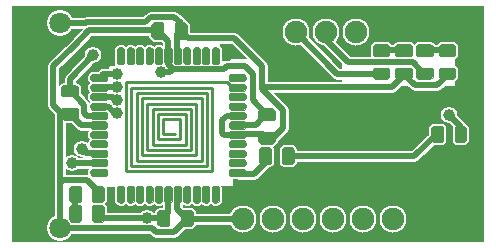
<source format=gbr>
%FSLAX34Y34*%
%MOMM*%
%LNCOPPER_TOP*%
G71*
G01*
%ADD10C, 0.40*%
%ADD11R, 0.90X0.90*%
%ADD12C, 0.65*%
%ADD13R, 1.20X1.30*%
%ADD14R, 1.30X1.20*%
%ADD15C, 0.90*%
%ADD16C, 1.40*%
%ADD17C, 2.20*%
%ADD18C, 2.30*%
%ADD19C, 0.20*%
%ADD20C, 0.00*%
%ADD21R, 0.50X0.50*%
%ADD22C, 0.25*%
%ADD23R, 0.80X0.90*%
%ADD24R, 0.90X0.80*%
%ADD25C, 0.50*%
%ADD26C, 1.00*%
%ADD27C, 1.80*%
%ADD28C, 1.90*%
%LPD*%
G36*
X0Y0D02*
X400000Y0D01*
X400000Y-200000D01*
X0Y-200000D01*
X0Y0D01*
G37*
%LPC*%
G36*
X66212Y-59875D02*
X68212Y-57875D01*
X79212Y-57875D01*
X80212Y-58875D01*
X80212Y-62875D01*
X79212Y-63875D01*
X68212Y-63875D01*
X66212Y-61875D01*
X66212Y-59875D01*
G37*
G54D10*
X66212Y-59875D02*
X68212Y-57875D01*
X79212Y-57875D01*
X80212Y-58875D01*
X80212Y-62875D01*
X79212Y-63875D01*
X68212Y-63875D01*
X66212Y-61875D01*
X66212Y-59875D01*
G36*
X66212Y-67875D02*
X68212Y-65875D01*
X79212Y-65875D01*
X80212Y-66875D01*
X80212Y-70875D01*
X79212Y-71875D01*
X68212Y-71875D01*
X66212Y-69875D01*
X66212Y-67875D01*
G37*
G54D10*
X66212Y-67875D02*
X68212Y-65875D01*
X79212Y-65875D01*
X80212Y-66875D01*
X80212Y-70875D01*
X79212Y-71875D01*
X68212Y-71875D01*
X66212Y-69875D01*
X66212Y-67875D01*
X74712Y-60875D02*
G54D11*
D03*
X74712Y-68875D02*
G54D11*
D03*
G36*
X66212Y-75875D02*
X68212Y-73875D01*
X79212Y-73875D01*
X80212Y-74875D01*
X80212Y-78875D01*
X79212Y-79875D01*
X68212Y-79875D01*
X66212Y-77875D01*
X66212Y-75875D01*
G37*
G54D10*
X66212Y-75875D02*
X68212Y-73875D01*
X79212Y-73875D01*
X80212Y-74875D01*
X80212Y-78875D01*
X79212Y-79875D01*
X68212Y-79875D01*
X66212Y-77875D01*
X66212Y-75875D01*
G36*
X66212Y-83875D02*
X68212Y-81875D01*
X79212Y-81875D01*
X80212Y-82875D01*
X80212Y-86875D01*
X79212Y-87875D01*
X68212Y-87875D01*
X66212Y-85875D01*
X66212Y-83875D01*
G37*
G54D10*
X66212Y-83875D02*
X68212Y-81875D01*
X79212Y-81875D01*
X80212Y-82875D01*
X80212Y-86875D01*
X79212Y-87875D01*
X68212Y-87875D01*
X66212Y-85875D01*
X66212Y-83875D01*
X74712Y-76875D02*
G54D11*
D03*
X74712Y-84875D02*
G54D11*
D03*
G36*
X66212Y-91875D02*
X68212Y-89875D01*
X79212Y-89875D01*
X80212Y-90875D01*
X80212Y-94875D01*
X79212Y-95875D01*
X68212Y-95875D01*
X66212Y-93875D01*
X66212Y-91875D01*
G37*
G54D10*
X66212Y-91875D02*
X68212Y-89875D01*
X79212Y-89875D01*
X80212Y-90875D01*
X80212Y-94875D01*
X79212Y-95875D01*
X68212Y-95875D01*
X66212Y-93875D01*
X66212Y-91875D01*
G36*
X66212Y-99875D02*
X68212Y-97875D01*
X79212Y-97875D01*
X80212Y-98875D01*
X80212Y-102875D01*
X79212Y-103875D01*
X68212Y-103875D01*
X66212Y-101875D01*
X66212Y-99875D01*
G37*
G54D10*
X66212Y-99875D02*
X68212Y-97875D01*
X79212Y-97875D01*
X80212Y-98875D01*
X80212Y-102875D01*
X79212Y-103875D01*
X68212Y-103875D01*
X66212Y-101875D01*
X66212Y-99875D01*
X74712Y-92875D02*
G54D11*
D03*
X74712Y-100875D02*
G54D11*
D03*
G36*
X66212Y-107875D02*
X68212Y-105875D01*
X79212Y-105875D01*
X80212Y-106875D01*
X80212Y-110875D01*
X79212Y-111875D01*
X68212Y-111875D01*
X66212Y-109875D01*
X66212Y-107875D01*
G37*
G54D10*
X66212Y-107875D02*
X68212Y-105875D01*
X79212Y-105875D01*
X80212Y-106875D01*
X80212Y-110875D01*
X79212Y-111875D01*
X68212Y-111875D01*
X66212Y-109875D01*
X66212Y-107875D01*
G36*
X66212Y-115875D02*
X68212Y-113875D01*
X79212Y-113875D01*
X80212Y-114875D01*
X80212Y-118875D01*
X79212Y-119875D01*
X68212Y-119875D01*
X66212Y-117875D01*
X66212Y-115875D01*
G37*
G54D10*
X66212Y-115875D02*
X68212Y-113875D01*
X79212Y-113875D01*
X80212Y-114875D01*
X80212Y-118875D01*
X79212Y-119875D01*
X68212Y-119875D01*
X66212Y-117875D01*
X66212Y-115875D01*
X74712Y-108875D02*
G54D11*
D03*
X74712Y-116875D02*
G54D11*
D03*
G36*
X173212Y-34875D02*
X175212Y-36875D01*
X175212Y-47875D01*
X174212Y-48875D01*
X170212Y-48875D01*
X169212Y-47875D01*
X169212Y-36875D01*
X171212Y-34875D01*
X173212Y-34875D01*
G37*
G54D10*
X173212Y-34875D02*
X175212Y-36875D01*
X175212Y-47875D01*
X174212Y-48875D01*
X170212Y-48875D01*
X169212Y-47875D01*
X169212Y-36875D01*
X171212Y-34875D01*
X173212Y-34875D01*
G36*
X165212Y-34875D02*
X167212Y-36875D01*
X167212Y-47875D01*
X166212Y-48875D01*
X162212Y-48875D01*
X161212Y-47875D01*
X161212Y-36875D01*
X163212Y-34875D01*
X165212Y-34875D01*
G37*
G54D10*
X165212Y-34875D02*
X167212Y-36875D01*
X167212Y-47875D01*
X166212Y-48875D01*
X162212Y-48875D01*
X161212Y-47875D01*
X161212Y-36875D01*
X163212Y-34875D01*
X165212Y-34875D01*
X172212Y-43375D02*
G54D11*
D03*
X164212Y-43375D02*
G54D11*
D03*
G36*
X157212Y-34875D02*
X159212Y-36875D01*
X159212Y-47875D01*
X158212Y-48875D01*
X154212Y-48875D01*
X153212Y-47875D01*
X153212Y-36875D01*
X155212Y-34875D01*
X157212Y-34875D01*
G37*
G54D10*
X157212Y-34875D02*
X159212Y-36875D01*
X159212Y-47875D01*
X158212Y-48875D01*
X154212Y-48875D01*
X153212Y-47875D01*
X153212Y-36875D01*
X155212Y-34875D01*
X157212Y-34875D01*
G36*
X149212Y-34875D02*
X151212Y-36875D01*
X151212Y-47875D01*
X150212Y-48875D01*
X146212Y-48875D01*
X145212Y-47875D01*
X145212Y-36875D01*
X147212Y-34875D01*
X149212Y-34875D01*
G37*
G54D10*
X149212Y-34875D02*
X151212Y-36875D01*
X151212Y-47875D01*
X150212Y-48875D01*
X146212Y-48875D01*
X145212Y-47875D01*
X145212Y-36875D01*
X147212Y-34875D01*
X149212Y-34875D01*
X156212Y-43375D02*
G54D11*
D03*
X148212Y-43375D02*
G54D11*
D03*
G36*
X141212Y-34875D02*
X143212Y-36875D01*
X143212Y-47875D01*
X142212Y-48875D01*
X138212Y-48875D01*
X137212Y-47875D01*
X137212Y-36875D01*
X139212Y-34875D01*
X141212Y-34875D01*
G37*
G54D10*
X141212Y-34875D02*
X143212Y-36875D01*
X143212Y-47875D01*
X142212Y-48875D01*
X138212Y-48875D01*
X137212Y-47875D01*
X137212Y-36875D01*
X139212Y-34875D01*
X141212Y-34875D01*
G36*
X133212Y-34875D02*
X135212Y-36875D01*
X135212Y-47875D01*
X134212Y-48875D01*
X130212Y-48875D01*
X129212Y-47875D01*
X129212Y-36875D01*
X131212Y-34875D01*
X133212Y-34875D01*
G37*
G54D10*
X133212Y-34875D02*
X135212Y-36875D01*
X135212Y-47875D01*
X134212Y-48875D01*
X130212Y-48875D01*
X129212Y-47875D01*
X129212Y-36875D01*
X131212Y-34875D01*
X133212Y-34875D01*
X140212Y-43375D02*
G54D11*
D03*
X132212Y-43375D02*
G54D11*
D03*
G36*
X125212Y-34875D02*
X127212Y-36875D01*
X127212Y-47875D01*
X126212Y-48875D01*
X122212Y-48875D01*
X121212Y-47875D01*
X121212Y-36875D01*
X123212Y-34875D01*
X125212Y-34875D01*
G37*
G54D10*
X125212Y-34875D02*
X127212Y-36875D01*
X127212Y-47875D01*
X126212Y-48875D01*
X122212Y-48875D01*
X121212Y-47875D01*
X121212Y-36875D01*
X123212Y-34875D01*
X125212Y-34875D01*
G36*
X117212Y-34875D02*
X119212Y-36875D01*
X119212Y-47875D01*
X118212Y-48875D01*
X114212Y-48875D01*
X113212Y-47875D01*
X113212Y-36875D01*
X115212Y-34875D01*
X117212Y-34875D01*
G37*
G54D10*
X117212Y-34875D02*
X119212Y-36875D01*
X119212Y-47875D01*
X118212Y-48875D01*
X114212Y-48875D01*
X113212Y-47875D01*
X113212Y-36875D01*
X115212Y-34875D01*
X117212Y-34875D01*
X124212Y-43375D02*
G54D11*
D03*
X116212Y-43375D02*
G54D11*
D03*
G36*
X198212Y-117875D02*
X196212Y-119875D01*
X185212Y-119875D01*
X184212Y-118875D01*
X184212Y-114875D01*
X185212Y-113875D01*
X196212Y-113875D01*
X198212Y-115875D01*
X198212Y-117875D01*
G37*
G54D10*
X198212Y-117875D02*
X196212Y-119875D01*
X185212Y-119875D01*
X184212Y-118875D01*
X184212Y-114875D01*
X185212Y-113875D01*
X196212Y-113875D01*
X198212Y-115875D01*
X198212Y-117875D01*
G36*
X198212Y-109875D02*
X196212Y-111875D01*
X185212Y-111875D01*
X184212Y-110875D01*
X184212Y-106875D01*
X185212Y-105875D01*
X196212Y-105875D01*
X198212Y-107875D01*
X198212Y-109875D01*
G37*
G54D10*
X198212Y-109875D02*
X196212Y-111875D01*
X185212Y-111875D01*
X184212Y-110875D01*
X184212Y-106875D01*
X185212Y-105875D01*
X196212Y-105875D01*
X198212Y-107875D01*
X198212Y-109875D01*
X189712Y-116875D02*
G54D11*
D03*
X189712Y-108875D02*
G54D11*
D03*
G36*
X198212Y-101875D02*
X196212Y-103875D01*
X185212Y-103875D01*
X184212Y-102875D01*
X184212Y-98875D01*
X185212Y-97875D01*
X196212Y-97875D01*
X198212Y-99875D01*
X198212Y-101875D01*
G37*
G54D10*
X198212Y-101875D02*
X196212Y-103875D01*
X185212Y-103875D01*
X184212Y-102875D01*
X184212Y-98875D01*
X185212Y-97875D01*
X196212Y-97875D01*
X198212Y-99875D01*
X198212Y-101875D01*
G36*
X198212Y-93875D02*
X196212Y-95875D01*
X185212Y-95875D01*
X184212Y-94875D01*
X184212Y-90875D01*
X185212Y-89875D01*
X196212Y-89875D01*
X198212Y-91875D01*
X198212Y-93875D01*
G37*
G54D10*
X198212Y-93875D02*
X196212Y-95875D01*
X185212Y-95875D01*
X184212Y-94875D01*
X184212Y-90875D01*
X185212Y-89875D01*
X196212Y-89875D01*
X198212Y-91875D01*
X198212Y-93875D01*
X189712Y-100875D02*
G54D11*
D03*
X189712Y-92875D02*
G54D11*
D03*
G36*
X198212Y-85875D02*
X196212Y-87875D01*
X185212Y-87875D01*
X184212Y-86875D01*
X184212Y-82875D01*
X185212Y-81875D01*
X196212Y-81875D01*
X198212Y-83875D01*
X198212Y-85875D01*
G37*
G54D10*
X198212Y-85875D02*
X196212Y-87875D01*
X185212Y-87875D01*
X184212Y-86875D01*
X184212Y-82875D01*
X185212Y-81875D01*
X196212Y-81875D01*
X198212Y-83875D01*
X198212Y-85875D01*
G36*
X198212Y-77875D02*
X196212Y-79875D01*
X185212Y-79875D01*
X184212Y-78875D01*
X184212Y-74875D01*
X185212Y-73875D01*
X196212Y-73875D01*
X198212Y-75875D01*
X198212Y-77875D01*
G37*
G54D10*
X198212Y-77875D02*
X196212Y-79875D01*
X185212Y-79875D01*
X184212Y-78875D01*
X184212Y-74875D01*
X185212Y-73875D01*
X196212Y-73875D01*
X198212Y-75875D01*
X198212Y-77875D01*
X189712Y-84875D02*
G54D11*
D03*
X189712Y-76875D02*
G54D11*
D03*
G36*
X198212Y-69875D02*
X196212Y-71875D01*
X185212Y-71875D01*
X184212Y-70875D01*
X184212Y-66875D01*
X185212Y-65875D01*
X196212Y-65875D01*
X198212Y-67875D01*
X198212Y-69875D01*
G37*
G54D10*
X198212Y-69875D02*
X196212Y-71875D01*
X185212Y-71875D01*
X184212Y-70875D01*
X184212Y-66875D01*
X185212Y-65875D01*
X196212Y-65875D01*
X198212Y-67875D01*
X198212Y-69875D01*
G36*
X198212Y-61875D02*
X196212Y-63875D01*
X185212Y-63875D01*
X184212Y-62875D01*
X184212Y-58875D01*
X185212Y-57875D01*
X196212Y-57875D01*
X198212Y-59875D01*
X198212Y-61875D01*
G37*
G54D10*
X198212Y-61875D02*
X196212Y-63875D01*
X185212Y-63875D01*
X184212Y-62875D01*
X184212Y-58875D01*
X185212Y-57875D01*
X196212Y-57875D01*
X198212Y-59875D01*
X198212Y-61875D01*
X189712Y-68875D02*
G54D11*
D03*
X189712Y-60875D02*
G54D11*
D03*
G36*
X115212Y-166875D02*
X113212Y-164875D01*
X113212Y-153875D01*
X114212Y-152875D01*
X118212Y-152875D01*
X119212Y-153875D01*
X119212Y-164875D01*
X117212Y-166875D01*
X115212Y-166875D01*
G37*
G54D10*
X115212Y-166875D02*
X113212Y-164875D01*
X113212Y-153875D01*
X114212Y-152875D01*
X118212Y-152875D01*
X119212Y-153875D01*
X119212Y-164875D01*
X117212Y-166875D01*
X115212Y-166875D01*
G36*
X123212Y-166875D02*
X121212Y-164875D01*
X121212Y-153875D01*
X122212Y-152875D01*
X126212Y-152875D01*
X127212Y-153875D01*
X127212Y-164875D01*
X125212Y-166875D01*
X123212Y-166875D01*
G37*
G54D10*
X123212Y-166875D02*
X121212Y-164875D01*
X121212Y-153875D01*
X122212Y-152875D01*
X126212Y-152875D01*
X127212Y-153875D01*
X127212Y-164875D01*
X125212Y-166875D01*
X123212Y-166875D01*
X116212Y-158375D02*
G54D11*
D03*
X124212Y-158375D02*
G54D11*
D03*
G36*
X131212Y-166875D02*
X129212Y-164875D01*
X129212Y-153875D01*
X130212Y-152875D01*
X134212Y-152875D01*
X135212Y-153875D01*
X135212Y-164875D01*
X133212Y-166875D01*
X131212Y-166875D01*
G37*
G54D10*
X131212Y-166875D02*
X129212Y-164875D01*
X129212Y-153875D01*
X130212Y-152875D01*
X134212Y-152875D01*
X135212Y-153875D01*
X135212Y-164875D01*
X133212Y-166875D01*
X131212Y-166875D01*
G36*
X139212Y-166875D02*
X137212Y-164875D01*
X137212Y-153875D01*
X138212Y-152875D01*
X142212Y-152875D01*
X143212Y-153875D01*
X143212Y-164875D01*
X141212Y-166875D01*
X139212Y-166875D01*
G37*
G54D10*
X139212Y-166875D02*
X137212Y-164875D01*
X137212Y-153875D01*
X138212Y-152875D01*
X142212Y-152875D01*
X143212Y-153875D01*
X143212Y-164875D01*
X141212Y-166875D01*
X139212Y-166875D01*
X132212Y-158375D02*
G54D11*
D03*
X140212Y-158375D02*
G54D11*
D03*
G36*
X147212Y-166875D02*
X145212Y-164875D01*
X145212Y-153875D01*
X146212Y-152875D01*
X150212Y-152875D01*
X151212Y-153875D01*
X151212Y-164875D01*
X149212Y-166875D01*
X147212Y-166875D01*
G37*
G54D10*
X147212Y-166875D02*
X145212Y-164875D01*
X145212Y-153875D01*
X146212Y-152875D01*
X150212Y-152875D01*
X151212Y-153875D01*
X151212Y-164875D01*
X149212Y-166875D01*
X147212Y-166875D01*
G36*
X155212Y-166875D02*
X153212Y-164875D01*
X153212Y-153875D01*
X154212Y-152875D01*
X158212Y-152875D01*
X159212Y-153875D01*
X159212Y-164875D01*
X157212Y-166875D01*
X155212Y-166875D01*
G37*
G54D10*
X155212Y-166875D02*
X153212Y-164875D01*
X153212Y-153875D01*
X154212Y-152875D01*
X158212Y-152875D01*
X159212Y-153875D01*
X159212Y-164875D01*
X157212Y-166875D01*
X155212Y-166875D01*
X148212Y-158375D02*
G54D11*
D03*
X156212Y-158375D02*
G54D11*
D03*
G36*
X163212Y-166875D02*
X161212Y-164875D01*
X161212Y-153875D01*
X162212Y-152875D01*
X166212Y-152875D01*
X167212Y-153875D01*
X167212Y-164875D01*
X165212Y-166875D01*
X163212Y-166875D01*
G37*
G54D10*
X163212Y-166875D02*
X161212Y-164875D01*
X161212Y-153875D01*
X162212Y-152875D01*
X166212Y-152875D01*
X167212Y-153875D01*
X167212Y-164875D01*
X165212Y-166875D01*
X163212Y-166875D01*
G36*
X171212Y-166875D02*
X169212Y-164875D01*
X169212Y-153875D01*
X170212Y-152875D01*
X174212Y-152875D01*
X175212Y-153875D01*
X175212Y-164875D01*
X173212Y-166875D01*
X171212Y-166875D01*
G37*
G54D10*
X171212Y-166875D02*
X169212Y-164875D01*
X169212Y-153875D01*
X170212Y-152875D01*
X174212Y-152875D01*
X175212Y-153875D01*
X175212Y-164875D01*
X173212Y-166875D01*
X171212Y-166875D01*
X164212Y-158375D02*
G54D11*
D03*
X172212Y-158375D02*
G54D11*
D03*
G36*
X66212Y-123875D02*
X68212Y-121875D01*
X79212Y-121875D01*
X80212Y-122875D01*
X80212Y-126875D01*
X79212Y-127875D01*
X68212Y-127875D01*
X66212Y-125875D01*
X66212Y-123875D01*
G37*
G54D10*
X66212Y-123875D02*
X68212Y-121875D01*
X79212Y-121875D01*
X80212Y-122875D01*
X80212Y-126875D01*
X79212Y-127875D01*
X68212Y-127875D01*
X66212Y-125875D01*
X66212Y-123875D01*
X74712Y-124875D02*
G54D11*
D03*
G36*
X66212Y-131875D02*
X68212Y-129875D01*
X79212Y-129875D01*
X80212Y-130875D01*
X80212Y-134875D01*
X79212Y-135875D01*
X68212Y-135875D01*
X66212Y-133875D01*
X66212Y-131875D01*
G37*
G54D10*
X66212Y-131875D02*
X68212Y-129875D01*
X79212Y-129875D01*
X80212Y-130875D01*
X80212Y-134875D01*
X79212Y-135875D01*
X68212Y-135875D01*
X66212Y-133875D01*
X66212Y-131875D01*
G36*
X66212Y-139875D02*
X68212Y-137875D01*
X79212Y-137875D01*
X80212Y-138875D01*
X80212Y-142875D01*
X79212Y-143875D01*
X68212Y-143875D01*
X66212Y-141875D01*
X66212Y-139875D01*
G37*
G54D10*
X66212Y-139875D02*
X68212Y-137875D01*
X79212Y-137875D01*
X80212Y-138875D01*
X80212Y-142875D01*
X79212Y-143875D01*
X68212Y-143875D01*
X66212Y-141875D01*
X66212Y-139875D01*
X74712Y-132875D02*
G54D11*
D03*
X74712Y-140875D02*
G54D11*
D03*
G36*
X109212Y-34875D02*
X111212Y-36875D01*
X111212Y-47875D01*
X110212Y-48875D01*
X106212Y-48875D01*
X105212Y-47875D01*
X105212Y-36875D01*
X107212Y-34875D01*
X109212Y-34875D01*
G37*
G54D10*
X109212Y-34875D02*
X111212Y-36875D01*
X111212Y-47875D01*
X110212Y-48875D01*
X106212Y-48875D01*
X105212Y-47875D01*
X105212Y-36875D01*
X107212Y-34875D01*
X109212Y-34875D01*
X108212Y-43375D02*
G54D11*
D03*
G36*
X101212Y-34875D02*
X103212Y-36875D01*
X103212Y-47875D01*
X102212Y-48875D01*
X98212Y-48875D01*
X97212Y-47875D01*
X97212Y-36875D01*
X99212Y-34875D01*
X101212Y-34875D01*
G37*
G54D10*
X101212Y-34875D02*
X103212Y-36875D01*
X103212Y-47875D01*
X102212Y-48875D01*
X98212Y-48875D01*
X97212Y-47875D01*
X97212Y-36875D01*
X99212Y-34875D01*
X101212Y-34875D01*
G36*
X93212Y-34875D02*
X95212Y-36875D01*
X95212Y-47875D01*
X94212Y-48875D01*
X90212Y-48875D01*
X89212Y-47875D01*
X89212Y-36875D01*
X91212Y-34875D01*
X93212Y-34875D01*
G37*
G54D10*
X93212Y-34875D02*
X95212Y-36875D01*
X95212Y-47875D01*
X94212Y-48875D01*
X90212Y-48875D01*
X89212Y-47875D01*
X89212Y-36875D01*
X91212Y-34875D01*
X93212Y-34875D01*
X100212Y-43375D02*
G54D11*
D03*
X92212Y-43375D02*
G54D11*
D03*
G36*
X198212Y-141875D02*
X196212Y-143875D01*
X185212Y-143875D01*
X184212Y-142875D01*
X184212Y-138875D01*
X185212Y-137875D01*
X196212Y-137875D01*
X198212Y-139875D01*
X198212Y-141875D01*
G37*
G54D10*
X198212Y-141875D02*
X196212Y-143875D01*
X185212Y-143875D01*
X184212Y-142875D01*
X184212Y-138875D01*
X185212Y-137875D01*
X196212Y-137875D01*
X198212Y-139875D01*
X198212Y-141875D01*
G36*
X198212Y-133875D02*
X196212Y-135875D01*
X185212Y-135875D01*
X184212Y-134875D01*
X184212Y-130875D01*
X185212Y-129875D01*
X196212Y-129875D01*
X198212Y-131875D01*
X198212Y-133875D01*
G37*
G54D10*
X198212Y-133875D02*
X196212Y-135875D01*
X185212Y-135875D01*
X184212Y-134875D01*
X184212Y-130875D01*
X185212Y-129875D01*
X196212Y-129875D01*
X198212Y-131875D01*
X198212Y-133875D01*
X189712Y-140875D02*
G54D11*
D03*
X189712Y-132875D02*
G54D11*
D03*
G36*
X198212Y-125875D02*
X196212Y-127875D01*
X185212Y-127875D01*
X184212Y-126875D01*
X184212Y-122875D01*
X185212Y-121875D01*
X196212Y-121875D01*
X198212Y-123875D01*
X198212Y-125875D01*
G37*
G54D10*
X198212Y-125875D02*
X196212Y-127875D01*
X185212Y-127875D01*
X184212Y-126875D01*
X184212Y-122875D01*
X185212Y-121875D01*
X196212Y-121875D01*
X198212Y-123875D01*
X198212Y-125875D01*
X189712Y-124875D02*
G54D11*
D03*
G36*
X91212Y-166875D02*
X89212Y-164875D01*
X89212Y-153875D01*
X90212Y-152875D01*
X94212Y-152875D01*
X95212Y-153875D01*
X95212Y-164875D01*
X93212Y-166875D01*
X91212Y-166875D01*
G37*
G54D10*
X91212Y-166875D02*
X89212Y-164875D01*
X89212Y-153875D01*
X90212Y-152875D01*
X94212Y-152875D01*
X95212Y-153875D01*
X95212Y-164875D01*
X93212Y-166875D01*
X91212Y-166875D01*
G36*
X99212Y-166875D02*
X97212Y-164875D01*
X97212Y-153875D01*
X98212Y-152875D01*
X102212Y-152875D01*
X103212Y-153875D01*
X103212Y-164875D01*
X101212Y-166875D01*
X99212Y-166875D01*
G37*
G54D10*
X99212Y-166875D02*
X97212Y-164875D01*
X97212Y-153875D01*
X98212Y-152875D01*
X102212Y-152875D01*
X103212Y-153875D01*
X103212Y-164875D01*
X101212Y-166875D01*
X99212Y-166875D01*
X92212Y-158375D02*
G54D11*
D03*
X100212Y-158375D02*
G54D11*
D03*
G36*
X107212Y-166875D02*
X105212Y-164875D01*
X105212Y-153875D01*
X106212Y-152875D01*
X110212Y-152875D01*
X111212Y-153875D01*
X111212Y-164875D01*
X109212Y-166875D01*
X107212Y-166875D01*
G37*
G54D10*
X107212Y-166875D02*
X105212Y-164875D01*
X105212Y-153875D01*
X106212Y-152875D01*
X110212Y-152875D01*
X111212Y-153875D01*
X111212Y-164875D01*
X109212Y-166875D01*
X107212Y-166875D01*
X108212Y-158375D02*
G54D11*
D03*
G54D12*
X138294Y-108431D02*
X128294Y-108431D01*
X128294Y-96181D01*
X142794Y-96181D01*
X142794Y-112931D01*
X123794Y-112931D01*
X123794Y-91681D01*
X147294Y-91681D01*
X147294Y-117431D01*
X119294Y-117431D01*
X119294Y-87181D01*
X151794Y-87181D01*
X151794Y-121931D01*
X114794Y-121931D01*
X114794Y-82681D01*
X156294Y-82681D01*
X156294Y-126431D01*
X110294Y-126431D01*
X110294Y-78181D01*
X160794Y-78181D01*
X160794Y-130931D01*
X105794Y-130931D01*
X105794Y-73681D01*
X165294Y-73681D01*
X165294Y-135431D01*
X101294Y-135431D01*
X101294Y-69181D01*
X169794Y-69181D01*
X169794Y-139931D01*
X96794Y-139931D01*
X96794Y-64681D01*
X182456Y-64681D01*
X185600Y-67825D01*
G36*
X148100Y-25800D02*
X146100Y-27800D01*
X139100Y-27800D01*
X138100Y-26800D01*
X138100Y-14800D01*
X139100Y-13800D01*
X146100Y-13800D01*
X148100Y-15800D01*
X148100Y-25800D01*
G37*
G54D10*
X148100Y-25800D02*
X146100Y-27800D01*
X139100Y-27800D01*
X138100Y-26800D01*
X138100Y-14800D01*
X139100Y-13800D01*
X146100Y-13800D01*
X148100Y-15800D01*
X148100Y-25800D01*
G36*
X128100Y-26800D02*
X127100Y-27800D01*
X120100Y-27800D01*
X118100Y-25800D01*
X118100Y-15800D01*
X120100Y-13800D01*
X127100Y-13800D01*
X128100Y-14800D01*
X128100Y-26800D01*
G37*
G54D10*
X128100Y-26800D02*
X127100Y-27800D01*
X120100Y-27800D01*
X118100Y-25800D01*
X118100Y-15800D01*
X120100Y-13800D01*
X127100Y-13800D01*
X128100Y-14800D01*
X128100Y-26800D01*
X143100Y-21300D02*
G54D13*
D03*
X123100Y-20800D02*
G54D13*
D03*
G36*
X153300Y-184600D02*
X151300Y-186600D01*
X144300Y-186600D01*
X143300Y-185600D01*
X143300Y-173600D01*
X144300Y-172600D01*
X151300Y-172600D01*
X153300Y-174600D01*
X153300Y-184600D01*
G37*
G54D10*
X153300Y-184600D02*
X151300Y-186600D01*
X144300Y-186600D01*
X143300Y-185600D01*
X143300Y-173600D01*
X144300Y-172600D01*
X151300Y-172600D01*
X153300Y-174600D01*
X153300Y-184600D01*
G36*
X133300Y-185600D02*
X132300Y-186600D01*
X125300Y-186600D01*
X123300Y-184600D01*
X123300Y-174600D01*
X125300Y-172600D01*
X132300Y-172600D01*
X133300Y-173600D01*
X133300Y-185600D01*
G37*
G54D10*
X133300Y-185600D02*
X132300Y-186600D01*
X125300Y-186600D01*
X123300Y-184600D01*
X123300Y-174600D01*
X125300Y-172600D01*
X132300Y-172600D01*
X133300Y-173600D01*
X133300Y-185600D01*
X148300Y-180100D02*
G54D13*
D03*
X128300Y-179600D02*
G54D13*
D03*
G36*
X210600Y-116700D02*
X208600Y-114700D01*
X208600Y-107700D01*
X209600Y-106700D01*
X221600Y-106700D01*
X222600Y-107700D01*
X222600Y-114700D01*
X220600Y-116700D01*
X210600Y-116700D01*
G37*
G54D10*
X210600Y-116700D02*
X208600Y-114700D01*
X208600Y-107700D01*
X209600Y-106700D01*
X221600Y-106700D01*
X222600Y-107700D01*
X222600Y-114700D01*
X220600Y-116700D01*
X210600Y-116700D01*
G36*
X209600Y-96700D02*
X208600Y-95700D01*
X208600Y-88700D01*
X210600Y-86700D01*
X220600Y-86700D01*
X222600Y-88700D01*
X222600Y-95700D01*
X221600Y-96700D01*
X209600Y-96700D01*
G37*
G54D10*
X209600Y-96700D02*
X208600Y-95700D01*
X208600Y-88700D01*
X210600Y-86700D01*
X220600Y-86700D01*
X222600Y-88700D01*
X222600Y-95700D01*
X221600Y-96700D01*
X209600Y-96700D01*
X215100Y-111700D02*
G54D14*
D03*
X215600Y-91700D02*
G54D14*
D03*
G36*
X53900Y-66600D02*
X55900Y-68600D01*
X55900Y-75600D01*
X54900Y-76600D01*
X42900Y-76600D01*
X41900Y-75600D01*
X41900Y-68600D01*
X43900Y-66600D01*
X53900Y-66600D01*
G37*
G54D10*
X53900Y-66600D02*
X55900Y-68600D01*
X55900Y-75600D01*
X54900Y-76600D01*
X42900Y-76600D01*
X41900Y-75600D01*
X41900Y-68600D01*
X43900Y-66600D01*
X53900Y-66600D01*
G36*
X54900Y-86600D02*
X55900Y-87600D01*
X55900Y-94600D01*
X53900Y-96600D01*
X43900Y-96600D01*
X41900Y-94600D01*
X41900Y-87600D01*
X42900Y-86600D01*
X54900Y-86600D01*
G37*
G54D10*
X54900Y-86600D02*
X55900Y-87600D01*
X55900Y-94600D01*
X53900Y-96600D01*
X43900Y-96600D01*
X41900Y-94600D01*
X41900Y-87600D01*
X42900Y-86600D01*
X54900Y-86600D01*
X49400Y-71600D02*
G54D14*
D03*
X48900Y-91600D02*
G54D14*
D03*
G54D15*
X74712Y-100875D02*
X58175Y-100875D01*
X48900Y-91600D01*
G54D15*
X74712Y-92875D02*
X63975Y-92875D01*
X61500Y-90400D01*
X61500Y-83700D01*
X49400Y-71600D01*
G54D15*
X132212Y-43375D02*
X132212Y-29912D01*
X123100Y-20800D01*
G54D15*
X140212Y-43375D02*
X140212Y-24188D01*
X143100Y-21300D01*
G54D15*
X189712Y-100875D02*
X206425Y-100875D01*
X215600Y-91700D01*
G54D15*
X189712Y-108875D02*
X212275Y-108875D01*
X215100Y-111700D01*
G54D15*
X189712Y-92875D02*
X182025Y-92875D01*
X178300Y-96600D01*
X178300Y-107500D01*
X179800Y-109000D01*
X189588Y-109000D01*
X189712Y-108875D01*
G54D15*
X132212Y-158375D02*
X132212Y-175687D01*
X128300Y-179600D01*
G54D15*
X140212Y-158375D02*
X140212Y-172012D01*
X148300Y-180100D01*
G54D15*
X48900Y-91600D02*
X42400Y-91600D01*
X35100Y-84300D01*
X35100Y-51000D01*
X52400Y-33700D01*
G54D15*
X123100Y-20800D02*
X65300Y-20800D01*
X52400Y-33700D01*
G54D15*
X132212Y-43375D02*
X132212Y-49412D01*
X136400Y-53600D01*
X179488Y-53600D01*
X182212Y-50875D01*
X197375Y-50875D01*
X203900Y-57400D01*
X203900Y-80000D01*
X215600Y-91700D01*
G54D15*
X215100Y-111700D02*
X221300Y-111700D01*
X229700Y-103300D01*
X229700Y-88200D01*
X212000Y-70500D01*
X212000Y-51200D01*
X188300Y-27500D01*
X149300Y-27500D01*
X143100Y-21300D01*
X68900Y-42000D02*
G54D16*
D03*
X114100Y-179700D02*
G54D16*
D03*
G54D15*
X49400Y-71600D02*
X49400Y-61500D01*
X68900Y-42000D01*
X40900Y-14800D02*
G54D17*
D03*
X40900Y-188200D02*
G54D17*
D03*
G54D15*
X128300Y-179600D02*
X114200Y-179600D01*
X114100Y-179700D01*
X323100Y-180100D02*
G54D18*
D03*
X297700Y-180100D02*
G54D18*
D03*
X272300Y-180100D02*
G54D18*
D03*
X246900Y-180100D02*
G54D18*
D03*
X221500Y-180100D02*
G54D18*
D03*
X196100Y-180100D02*
G54D18*
D03*
G54D15*
X40900Y-188200D02*
X40900Y-89900D01*
X40100Y-89100D01*
G54D15*
X40900Y-188200D02*
X118600Y-188200D01*
X121900Y-191500D01*
X136900Y-191500D01*
X148300Y-180100D01*
G54D15*
X40900Y-14800D02*
X62300Y-14800D01*
X63300Y-13800D01*
X113100Y-13800D01*
X117700Y-9200D01*
X137500Y-9200D01*
X143100Y-14800D01*
X89100Y-58000D02*
G54D16*
D03*
X89100Y-69000D02*
G54D16*
D03*
X89100Y-79900D02*
G54D16*
D03*
X89100Y-90800D02*
G54D16*
D03*
G54D15*
X89100Y-58000D02*
X77588Y-58000D01*
X74712Y-60875D01*
G54D15*
X89100Y-69000D02*
X74838Y-69000D01*
X74712Y-68875D01*
G54D15*
X74712Y-76875D02*
X86075Y-76875D01*
X89100Y-79900D01*
G54D15*
X89100Y-90800D02*
X86900Y-90800D01*
X81900Y-85800D01*
X75638Y-85800D01*
X74712Y-84875D01*
G54D15*
X148300Y-180100D02*
X196100Y-180100D01*
X240200Y-22400D02*
G54D18*
D03*
X265600Y-22400D02*
G54D18*
D03*
X291000Y-22400D02*
G54D18*
D03*
X126400Y-56400D02*
G54D16*
D03*
G54D15*
X126400Y-56400D02*
X133600Y-56400D01*
X136400Y-53600D01*
X59400Y-121400D02*
G54D16*
D03*
X50800Y-132800D02*
G54D16*
D03*
G54D15*
X74712Y-132875D02*
X50875Y-132875D01*
X50800Y-132800D01*
G54D15*
X74712Y-124875D02*
X62875Y-124875D01*
X59400Y-121400D01*
G36*
X317400Y-32300D02*
X319400Y-34300D01*
X319400Y-41300D01*
X318400Y-42300D01*
X306400Y-42300D01*
X305400Y-41300D01*
X305400Y-34300D01*
X307400Y-32300D01*
X317400Y-32300D01*
G37*
G54D10*
X317400Y-32300D02*
X319400Y-34300D01*
X319400Y-41300D01*
X318400Y-42300D01*
X306400Y-42300D01*
X305400Y-41300D01*
X305400Y-34300D01*
X307400Y-32300D01*
X317400Y-32300D01*
G36*
X318400Y-52300D02*
X319400Y-53300D01*
X319400Y-60300D01*
X317400Y-62300D01*
X307400Y-62300D01*
X305400Y-60300D01*
X305400Y-53300D01*
X306400Y-52300D01*
X318400Y-52300D01*
G37*
G54D10*
X318400Y-52300D02*
X319400Y-53300D01*
X319400Y-60300D01*
X317400Y-62300D01*
X307400Y-62300D01*
X305400Y-60300D01*
X305400Y-53300D01*
X306400Y-52300D01*
X318400Y-52300D01*
X312900Y-37300D02*
G54D14*
D03*
X312400Y-57300D02*
G54D14*
D03*
G36*
X354200Y-32300D02*
X356200Y-34300D01*
X356200Y-41300D01*
X355200Y-42300D01*
X343200Y-42300D01*
X342200Y-41300D01*
X342200Y-34300D01*
X344200Y-32300D01*
X354200Y-32300D01*
G37*
G54D10*
X354200Y-32300D02*
X356200Y-34300D01*
X356200Y-41300D01*
X355200Y-42300D01*
X343200Y-42300D01*
X342200Y-41300D01*
X342200Y-34300D01*
X344200Y-32300D01*
X354200Y-32300D01*
G36*
X355200Y-52300D02*
X356200Y-53300D01*
X356200Y-60300D01*
X354200Y-62300D01*
X344200Y-62300D01*
X342200Y-60300D01*
X342200Y-53300D01*
X343200Y-52300D01*
X355200Y-52300D01*
G37*
G54D10*
X355200Y-52300D02*
X356200Y-53300D01*
X356200Y-60300D01*
X354200Y-62300D01*
X344200Y-62300D01*
X342200Y-60300D01*
X342200Y-53300D01*
X343200Y-52300D01*
X355200Y-52300D01*
X349700Y-37300D02*
G54D14*
D03*
X349200Y-57300D02*
G54D14*
D03*
G54D15*
X349700Y-37300D02*
X368600Y-37300D01*
G54D15*
X312900Y-37300D02*
X331800Y-37300D01*
G54D15*
X312400Y-57300D02*
X275100Y-57300D01*
X240200Y-22400D01*
G54D15*
X265600Y-22400D02*
X265600Y-28600D01*
X284400Y-47400D01*
X339300Y-47400D01*
X349200Y-57300D01*
G54D15*
X368100Y-57300D02*
X368100Y-59300D01*
X360000Y-67400D01*
X341400Y-67400D01*
X331300Y-57300D01*
X331300Y-59200D01*
X321600Y-68900D01*
X213600Y-68900D01*
X212000Y-70500D01*
G36*
X239100Y-131900D02*
X237100Y-133900D01*
X230100Y-133900D01*
X229100Y-132900D01*
X229100Y-120900D01*
X230100Y-119900D01*
X237100Y-119900D01*
X239100Y-121900D01*
X239100Y-131900D01*
G37*
G54D10*
X239100Y-131900D02*
X237100Y-133900D01*
X230100Y-133900D01*
X229100Y-132900D01*
X229100Y-120900D01*
X230100Y-119900D01*
X237100Y-119900D01*
X239100Y-121900D01*
X239100Y-131900D01*
G36*
X219100Y-132900D02*
X218100Y-133900D01*
X211100Y-133900D01*
X209100Y-131900D01*
X209100Y-121900D01*
X211100Y-119900D01*
X218100Y-119900D01*
X219100Y-120900D01*
X219100Y-132900D01*
G37*
G54D10*
X219100Y-132900D02*
X218100Y-133900D01*
X211100Y-133900D01*
X209100Y-131900D01*
X209100Y-121900D01*
X211100Y-119900D01*
X218100Y-119900D01*
X219100Y-120900D01*
X219100Y-132900D01*
X234100Y-127400D02*
G54D13*
D03*
X214100Y-126900D02*
G54D13*
D03*
G36*
X78300Y-164200D02*
X76300Y-166200D01*
X69300Y-166200D01*
X68300Y-165200D01*
X68300Y-153200D01*
X69300Y-152200D01*
X76300Y-152200D01*
X78300Y-154200D01*
X78300Y-164200D01*
G37*
G54D10*
X78300Y-164200D02*
X76300Y-166200D01*
X69300Y-166200D01*
X68300Y-165200D01*
X68300Y-153200D01*
X69300Y-152200D01*
X76300Y-152200D01*
X78300Y-154200D01*
X78300Y-164200D01*
G36*
X58300Y-165200D02*
X57300Y-166200D01*
X50300Y-166200D01*
X48300Y-164200D01*
X48300Y-154200D01*
X50300Y-152200D01*
X57300Y-152200D01*
X58300Y-153200D01*
X58300Y-165200D01*
G37*
G54D10*
X58300Y-165200D02*
X57300Y-166200D01*
X50300Y-166200D01*
X48300Y-164200D01*
X48300Y-154200D01*
X50300Y-152200D01*
X57300Y-152200D01*
X58300Y-153200D01*
X58300Y-165200D01*
X73300Y-159700D02*
G54D13*
D03*
X53300Y-159200D02*
G54D13*
D03*
G36*
X78300Y-180600D02*
X76300Y-182600D01*
X69300Y-182600D01*
X68300Y-181600D01*
X68300Y-169600D01*
X69300Y-168600D01*
X76300Y-168600D01*
X78300Y-170600D01*
X78300Y-180600D01*
G37*
G54D10*
X78300Y-180600D02*
X76300Y-182600D01*
X69300Y-182600D01*
X68300Y-181600D01*
X68300Y-169600D01*
X69300Y-168600D01*
X76300Y-168600D01*
X78300Y-170600D01*
X78300Y-180600D01*
G36*
X58300Y-181600D02*
X57300Y-182600D01*
X50300Y-182600D01*
X48300Y-180600D01*
X48300Y-170600D01*
X50300Y-168600D01*
X57300Y-168600D01*
X58300Y-169600D01*
X58300Y-181600D01*
G37*
G54D10*
X58300Y-181600D02*
X57300Y-182600D01*
X50300Y-182600D01*
X48300Y-180600D01*
X48300Y-170600D01*
X50300Y-168600D01*
X57300Y-168600D01*
X58300Y-169600D01*
X58300Y-181600D01*
X73300Y-176100D02*
G54D13*
D03*
X53300Y-175600D02*
G54D13*
D03*
G36*
X354900Y-103600D02*
X356900Y-101600D01*
X363900Y-101600D01*
X364900Y-102600D01*
X364900Y-114600D01*
X363900Y-115600D01*
X356900Y-115600D01*
X354900Y-113600D01*
X354900Y-103600D01*
G37*
G54D10*
X354900Y-103600D02*
X356900Y-101600D01*
X363900Y-101600D01*
X364900Y-102600D01*
X364900Y-114600D01*
X363900Y-115600D01*
X356900Y-115600D01*
X354900Y-113600D01*
X354900Y-103600D01*
G36*
X374900Y-102600D02*
X375900Y-101600D01*
X382900Y-101600D01*
X384900Y-103600D01*
X384900Y-113600D01*
X382900Y-115600D01*
X375900Y-115600D01*
X374900Y-114600D01*
X374900Y-102600D01*
G37*
G54D10*
X374900Y-102600D02*
X375900Y-101600D01*
X382900Y-101600D01*
X384900Y-103600D01*
X384900Y-113600D01*
X382900Y-115600D01*
X375900Y-115600D01*
X374900Y-114600D01*
X374900Y-102600D01*
G36*
X353900Y-101600D02*
X365900Y-101600D01*
X365900Y-114600D01*
X353900Y-114600D01*
X353900Y-101600D01*
G37*
X379900Y-108600D02*
G54D13*
D03*
X370000Y-92400D02*
G54D16*
D03*
G54D15*
X379900Y-108600D02*
X379900Y-102300D01*
X370000Y-92400D01*
G54D15*
X73300Y-159700D02*
X73300Y-156900D01*
X64000Y-147600D01*
X43700Y-147600D01*
X40700Y-150600D01*
G54D15*
X53300Y-159200D02*
X53300Y-175600D01*
G54D15*
X114100Y-179700D02*
X76900Y-179700D01*
X73300Y-176100D01*
G54D15*
X192400Y-142100D02*
X204900Y-142100D01*
X214100Y-132900D01*
G54D15*
X234100Y-127400D02*
X340600Y-127400D01*
X359900Y-108100D01*
G36*
X83200Y-51700D02*
X182212Y-51700D01*
X182212Y-150875D01*
X83200Y-150875D01*
X83200Y-51700D01*
G37*
G54D19*
X83200Y-51700D02*
X182212Y-51700D01*
X182212Y-150875D01*
X83200Y-150875D01*
X83200Y-51700D01*
G36*
X40700Y-150600D02*
X73800Y-150600D01*
X73800Y-184600D01*
X40700Y-184600D01*
X40700Y-150600D01*
G37*
G54D19*
X40700Y-150600D02*
X73800Y-150600D01*
X73800Y-184600D01*
X40700Y-184600D01*
X40700Y-150600D01*
G36*
X125300Y-172600D02*
X144300Y-172600D01*
X144300Y-186600D01*
X125300Y-186600D01*
X125300Y-172600D01*
G37*
G54D19*
X125300Y-172600D02*
X144300Y-172600D01*
X144300Y-186600D01*
X125300Y-186600D01*
X125300Y-172600D01*
G36*
X305400Y-34300D02*
X374500Y-34300D01*
X374500Y-66800D01*
X305400Y-66800D01*
X305400Y-34300D01*
G37*
G54D19*
X305400Y-34300D02*
X374500Y-34300D01*
X374500Y-66800D01*
X305400Y-66800D01*
X305400Y-34300D01*
G36*
X185300Y-45800D02*
X211900Y-45800D01*
X211900Y-138100D01*
X185300Y-138100D01*
X185300Y-45800D01*
G37*
G54D19*
X185300Y-45800D02*
X211900Y-45800D01*
X211900Y-138100D01*
X185300Y-138100D01*
X185300Y-45800D01*
G36*
X222600Y-88700D02*
X205600Y-88700D01*
X205600Y-77600D01*
X222600Y-77600D01*
X222600Y-88700D01*
G37*
G54D19*
X222600Y-88700D02*
X205600Y-88700D01*
X205600Y-77600D01*
X222600Y-77600D01*
X222600Y-88700D01*
G36*
X210600Y-86700D02*
X227600Y-86700D01*
X227600Y-107000D01*
X210600Y-107000D01*
X210600Y-86700D01*
G37*
G54D19*
X210600Y-86700D02*
X227600Y-86700D01*
X227600Y-107000D01*
X210600Y-107000D01*
X210600Y-86700D01*
G36*
X122400Y-9100D02*
X139100Y-9100D01*
X139100Y-27800D01*
X122400Y-27800D01*
X122400Y-9100D01*
G37*
G54D19*
X122400Y-9100D02*
X139100Y-9100D01*
X139100Y-27800D01*
X122400Y-27800D01*
X122400Y-9100D01*
G36*
X36700Y-68500D02*
X57000Y-68500D01*
X57000Y-90200D01*
X36700Y-90200D01*
X36700Y-68500D01*
G37*
G54D19*
X36700Y-68500D02*
X57000Y-68500D01*
X57000Y-90200D01*
X36700Y-90200D01*
X36700Y-68500D01*
G36*
X68212Y-97875D02*
X57000Y-97875D01*
X57000Y-90200D01*
X68212Y-90200D01*
X68212Y-97875D01*
G37*
G54D19*
X68212Y-97875D02*
X57000Y-97875D01*
X57000Y-90200D01*
X68212Y-90200D01*
X68212Y-97875D01*
G36*
X90212Y-152875D02*
X68212Y-152875D01*
X68212Y-87875D01*
X90212Y-87875D01*
X90212Y-152875D01*
G37*
G54D19*
X90212Y-152875D02*
X68212Y-152875D01*
X68212Y-87875D01*
X90212Y-87875D01*
X90212Y-152875D01*
G36*
X126400Y-56400D02*
X87800Y-56400D01*
X87800Y-44800D01*
X126400Y-44800D01*
X126400Y-56400D01*
G37*
G54D19*
X126400Y-56400D02*
X87800Y-56400D01*
X87800Y-44800D01*
X126400Y-44800D01*
X126400Y-56400D01*
G36*
X167212Y-47875D02*
X186700Y-47875D01*
X186700Y-151700D01*
X167212Y-151700D01*
X167212Y-47875D01*
G37*
G54D19*
X167212Y-47875D02*
X186700Y-47875D01*
X186700Y-151700D01*
X167212Y-151700D01*
X167212Y-47875D01*
G36*
X305400Y-66800D02*
X280800Y-66800D01*
X280800Y-47200D01*
X305400Y-47200D01*
X305400Y-66800D01*
G37*
G54D19*
X305400Y-66800D02*
X280800Y-66800D01*
X280800Y-47200D01*
X305400Y-47200D01*
X305400Y-66800D01*
G36*
X139100Y-27800D02*
X175212Y-27800D01*
X175212Y-36875D01*
X139100Y-36875D01*
X139100Y-27800D01*
G37*
G54D19*
X139100Y-27800D02*
X175212Y-27800D01*
X175212Y-36875D01*
X139100Y-36875D01*
X139100Y-27800D01*
G36*
X75500Y-54500D02*
X89100Y-54500D01*
X89100Y-90800D01*
X75500Y-90800D01*
X75500Y-54500D01*
G37*
G54D19*
X75500Y-54500D02*
X89100Y-54500D01*
X89100Y-90800D01*
X75500Y-90800D01*
X75500Y-54500D01*
G36*
X128100Y-190200D02*
X114100Y-190200D01*
X114100Y-179700D01*
X128100Y-179700D01*
X128100Y-190200D01*
G37*
G54D19*
X128100Y-190200D02*
X114100Y-190200D01*
X114100Y-179700D01*
X128100Y-179700D01*
X128100Y-190200D01*
G36*
X326800Y-62300D02*
X324800Y-60300D01*
X324800Y-53300D01*
X325800Y-52300D01*
X337800Y-52300D01*
X338800Y-53300D01*
X338800Y-60300D01*
X336800Y-62300D01*
X326800Y-62300D01*
G37*
G54D10*
X326800Y-62300D02*
X324800Y-60300D01*
X324800Y-53300D01*
X325800Y-52300D01*
X337800Y-52300D01*
X338800Y-53300D01*
X338800Y-60300D01*
X336800Y-62300D01*
X326800Y-62300D01*
G36*
X325800Y-42300D02*
X324800Y-41300D01*
X324800Y-34300D01*
X326800Y-32300D01*
X336800Y-32300D01*
X338800Y-34300D01*
X338800Y-41300D01*
X337800Y-42300D01*
X325800Y-42300D01*
G37*
G54D10*
X325800Y-42300D02*
X324800Y-41300D01*
X324800Y-34300D01*
X326800Y-32300D01*
X336800Y-32300D01*
X338800Y-34300D01*
X338800Y-41300D01*
X337800Y-42300D01*
X325800Y-42300D01*
X331300Y-57300D02*
G54D14*
D03*
X331800Y-37300D02*
G54D14*
D03*
G36*
X363600Y-62300D02*
X361600Y-60300D01*
X361600Y-53300D01*
X362600Y-52300D01*
X374600Y-52300D01*
X375600Y-53300D01*
X375600Y-60300D01*
X373600Y-62300D01*
X363600Y-62300D01*
G37*
G54D10*
X363600Y-62300D02*
X361600Y-60300D01*
X361600Y-53300D01*
X362600Y-52300D01*
X374600Y-52300D01*
X375600Y-53300D01*
X375600Y-60300D01*
X373600Y-62300D01*
X363600Y-62300D01*
G36*
X362600Y-42300D02*
X361600Y-41300D01*
X361600Y-34300D01*
X363600Y-32300D01*
X373600Y-32300D01*
X375600Y-34300D01*
X375600Y-41300D01*
X374600Y-42300D01*
X362600Y-42300D01*
G37*
G54D10*
X362600Y-42300D02*
X361600Y-41300D01*
X361600Y-34300D01*
X363600Y-32300D01*
X373600Y-32300D01*
X375600Y-34300D01*
X375600Y-41300D01*
X374600Y-42300D01*
X362600Y-42300D01*
X368100Y-57300D02*
G54D14*
D03*
X368600Y-37300D02*
G54D14*
D03*
%LPD*%
G36*
X66212Y-59875D02*
X68212Y-57875D01*
X79212Y-57875D01*
X80212Y-58875D01*
X80212Y-62875D01*
X79212Y-63875D01*
X68212Y-63875D01*
X66212Y-61875D01*
X66212Y-59875D01*
G37*
G54D20*
X66212Y-59875D02*
X68212Y-57875D01*
X79212Y-57875D01*
X80212Y-58875D01*
X80212Y-62875D01*
X79212Y-63875D01*
X68212Y-63875D01*
X66212Y-61875D01*
X66212Y-59875D01*
G36*
X66212Y-67875D02*
X68212Y-65875D01*
X79212Y-65875D01*
X80212Y-66875D01*
X80212Y-70875D01*
X79212Y-71875D01*
X68212Y-71875D01*
X66212Y-69875D01*
X66212Y-67875D01*
G37*
G54D20*
X66212Y-67875D02*
X68212Y-65875D01*
X79212Y-65875D01*
X80212Y-66875D01*
X80212Y-70875D01*
X79212Y-71875D01*
X68212Y-71875D01*
X66212Y-69875D01*
X66212Y-67875D01*
X74712Y-60875D02*
G54D21*
D03*
X74712Y-68875D02*
G54D21*
D03*
G36*
X66212Y-75875D02*
X68212Y-73875D01*
X79212Y-73875D01*
X80212Y-74875D01*
X80212Y-78875D01*
X79212Y-79875D01*
X68212Y-79875D01*
X66212Y-77875D01*
X66212Y-75875D01*
G37*
G54D20*
X66212Y-75875D02*
X68212Y-73875D01*
X79212Y-73875D01*
X80212Y-74875D01*
X80212Y-78875D01*
X79212Y-79875D01*
X68212Y-79875D01*
X66212Y-77875D01*
X66212Y-75875D01*
G36*
X66212Y-83875D02*
X68212Y-81875D01*
X79212Y-81875D01*
X80212Y-82875D01*
X80212Y-86875D01*
X79212Y-87875D01*
X68212Y-87875D01*
X66212Y-85875D01*
X66212Y-83875D01*
G37*
G54D20*
X66212Y-83875D02*
X68212Y-81875D01*
X79212Y-81875D01*
X80212Y-82875D01*
X80212Y-86875D01*
X79212Y-87875D01*
X68212Y-87875D01*
X66212Y-85875D01*
X66212Y-83875D01*
X74712Y-76875D02*
G54D21*
D03*
X74712Y-84875D02*
G54D21*
D03*
G36*
X66212Y-91875D02*
X68212Y-89875D01*
X79212Y-89875D01*
X80212Y-90875D01*
X80212Y-94875D01*
X79212Y-95875D01*
X68212Y-95875D01*
X66212Y-93875D01*
X66212Y-91875D01*
G37*
G54D20*
X66212Y-91875D02*
X68212Y-89875D01*
X79212Y-89875D01*
X80212Y-90875D01*
X80212Y-94875D01*
X79212Y-95875D01*
X68212Y-95875D01*
X66212Y-93875D01*
X66212Y-91875D01*
G36*
X66212Y-99875D02*
X68212Y-97875D01*
X79212Y-97875D01*
X80212Y-98875D01*
X80212Y-102875D01*
X79212Y-103875D01*
X68212Y-103875D01*
X66212Y-101875D01*
X66212Y-99875D01*
G37*
G54D20*
X66212Y-99875D02*
X68212Y-97875D01*
X79212Y-97875D01*
X80212Y-98875D01*
X80212Y-102875D01*
X79212Y-103875D01*
X68212Y-103875D01*
X66212Y-101875D01*
X66212Y-99875D01*
X74712Y-92875D02*
G54D21*
D03*
X74712Y-100875D02*
G54D21*
D03*
G36*
X66212Y-107875D02*
X68212Y-105875D01*
X79212Y-105875D01*
X80212Y-106875D01*
X80212Y-110875D01*
X79212Y-111875D01*
X68212Y-111875D01*
X66212Y-109875D01*
X66212Y-107875D01*
G37*
G54D20*
X66212Y-107875D02*
X68212Y-105875D01*
X79212Y-105875D01*
X80212Y-106875D01*
X80212Y-110875D01*
X79212Y-111875D01*
X68212Y-111875D01*
X66212Y-109875D01*
X66212Y-107875D01*
G36*
X66212Y-115875D02*
X68212Y-113875D01*
X79212Y-113875D01*
X80212Y-114875D01*
X80212Y-118875D01*
X79212Y-119875D01*
X68212Y-119875D01*
X66212Y-117875D01*
X66212Y-115875D01*
G37*
G54D20*
X66212Y-115875D02*
X68212Y-113875D01*
X79212Y-113875D01*
X80212Y-114875D01*
X80212Y-118875D01*
X79212Y-119875D01*
X68212Y-119875D01*
X66212Y-117875D01*
X66212Y-115875D01*
X74712Y-108875D02*
G54D21*
D03*
X74712Y-116875D02*
G54D21*
D03*
G36*
X173212Y-34875D02*
X175212Y-36875D01*
X175212Y-47875D01*
X174212Y-48875D01*
X170212Y-48875D01*
X169212Y-47875D01*
X169212Y-36875D01*
X171212Y-34875D01*
X173212Y-34875D01*
G37*
G54D20*
X173212Y-34875D02*
X175212Y-36875D01*
X175212Y-47875D01*
X174212Y-48875D01*
X170212Y-48875D01*
X169212Y-47875D01*
X169212Y-36875D01*
X171212Y-34875D01*
X173212Y-34875D01*
G36*
X165212Y-34875D02*
X167212Y-36875D01*
X167212Y-47875D01*
X166212Y-48875D01*
X162212Y-48875D01*
X161212Y-47875D01*
X161212Y-36875D01*
X163212Y-34875D01*
X165212Y-34875D01*
G37*
G54D20*
X165212Y-34875D02*
X167212Y-36875D01*
X167212Y-47875D01*
X166212Y-48875D01*
X162212Y-48875D01*
X161212Y-47875D01*
X161212Y-36875D01*
X163212Y-34875D01*
X165212Y-34875D01*
X172212Y-43375D02*
G54D21*
D03*
X164212Y-43375D02*
G54D21*
D03*
G36*
X157212Y-34875D02*
X159212Y-36875D01*
X159212Y-47875D01*
X158212Y-48875D01*
X154212Y-48875D01*
X153212Y-47875D01*
X153212Y-36875D01*
X155212Y-34875D01*
X157212Y-34875D01*
G37*
G54D20*
X157212Y-34875D02*
X159212Y-36875D01*
X159212Y-47875D01*
X158212Y-48875D01*
X154212Y-48875D01*
X153212Y-47875D01*
X153212Y-36875D01*
X155212Y-34875D01*
X157212Y-34875D01*
G36*
X149212Y-34875D02*
X151212Y-36875D01*
X151212Y-47875D01*
X150212Y-48875D01*
X146212Y-48875D01*
X145212Y-47875D01*
X145212Y-36875D01*
X147212Y-34875D01*
X149212Y-34875D01*
G37*
G54D20*
X149212Y-34875D02*
X151212Y-36875D01*
X151212Y-47875D01*
X150212Y-48875D01*
X146212Y-48875D01*
X145212Y-47875D01*
X145212Y-36875D01*
X147212Y-34875D01*
X149212Y-34875D01*
X156212Y-43375D02*
G54D21*
D03*
X148212Y-43375D02*
G54D21*
D03*
G36*
X141212Y-34875D02*
X143212Y-36875D01*
X143212Y-47875D01*
X142212Y-48875D01*
X138212Y-48875D01*
X137212Y-47875D01*
X137212Y-36875D01*
X139212Y-34875D01*
X141212Y-34875D01*
G37*
G54D20*
X141212Y-34875D02*
X143212Y-36875D01*
X143212Y-47875D01*
X142212Y-48875D01*
X138212Y-48875D01*
X137212Y-47875D01*
X137212Y-36875D01*
X139212Y-34875D01*
X141212Y-34875D01*
G36*
X133212Y-34875D02*
X135212Y-36875D01*
X135212Y-47875D01*
X134212Y-48875D01*
X130212Y-48875D01*
X129212Y-47875D01*
X129212Y-36875D01*
X131212Y-34875D01*
X133212Y-34875D01*
G37*
G54D20*
X133212Y-34875D02*
X135212Y-36875D01*
X135212Y-47875D01*
X134212Y-48875D01*
X130212Y-48875D01*
X129212Y-47875D01*
X129212Y-36875D01*
X131212Y-34875D01*
X133212Y-34875D01*
X140212Y-43375D02*
G54D21*
D03*
X132212Y-43375D02*
G54D21*
D03*
G36*
X125212Y-34875D02*
X127212Y-36875D01*
X127212Y-47875D01*
X126212Y-48875D01*
X122212Y-48875D01*
X121212Y-47875D01*
X121212Y-36875D01*
X123212Y-34875D01*
X125212Y-34875D01*
G37*
G54D20*
X125212Y-34875D02*
X127212Y-36875D01*
X127212Y-47875D01*
X126212Y-48875D01*
X122212Y-48875D01*
X121212Y-47875D01*
X121212Y-36875D01*
X123212Y-34875D01*
X125212Y-34875D01*
G36*
X117212Y-34875D02*
X119212Y-36875D01*
X119212Y-47875D01*
X118212Y-48875D01*
X114212Y-48875D01*
X113212Y-47875D01*
X113212Y-36875D01*
X115212Y-34875D01*
X117212Y-34875D01*
G37*
G54D20*
X117212Y-34875D02*
X119212Y-36875D01*
X119212Y-47875D01*
X118212Y-48875D01*
X114212Y-48875D01*
X113212Y-47875D01*
X113212Y-36875D01*
X115212Y-34875D01*
X117212Y-34875D01*
X124212Y-43375D02*
G54D21*
D03*
X116212Y-43375D02*
G54D21*
D03*
G36*
X198212Y-117875D02*
X196212Y-119875D01*
X185212Y-119875D01*
X184212Y-118875D01*
X184212Y-114875D01*
X185212Y-113875D01*
X196212Y-113875D01*
X198212Y-115875D01*
X198212Y-117875D01*
G37*
G54D20*
X198212Y-117875D02*
X196212Y-119875D01*
X185212Y-119875D01*
X184212Y-118875D01*
X184212Y-114875D01*
X185212Y-113875D01*
X196212Y-113875D01*
X198212Y-115875D01*
X198212Y-117875D01*
G36*
X198212Y-109875D02*
X196212Y-111875D01*
X185212Y-111875D01*
X184212Y-110875D01*
X184212Y-106875D01*
X185212Y-105875D01*
X196212Y-105875D01*
X198212Y-107875D01*
X198212Y-109875D01*
G37*
G54D20*
X198212Y-109875D02*
X196212Y-111875D01*
X185212Y-111875D01*
X184212Y-110875D01*
X184212Y-106875D01*
X185212Y-105875D01*
X196212Y-105875D01*
X198212Y-107875D01*
X198212Y-109875D01*
X189712Y-116875D02*
G54D21*
D03*
X189712Y-108875D02*
G54D21*
D03*
G36*
X198212Y-101875D02*
X196212Y-103875D01*
X185212Y-103875D01*
X184212Y-102875D01*
X184212Y-98875D01*
X185212Y-97875D01*
X196212Y-97875D01*
X198212Y-99875D01*
X198212Y-101875D01*
G37*
G54D20*
X198212Y-101875D02*
X196212Y-103875D01*
X185212Y-103875D01*
X184212Y-102875D01*
X184212Y-98875D01*
X185212Y-97875D01*
X196212Y-97875D01*
X198212Y-99875D01*
X198212Y-101875D01*
G36*
X198212Y-93875D02*
X196212Y-95875D01*
X185212Y-95875D01*
X184212Y-94875D01*
X184212Y-90875D01*
X185212Y-89875D01*
X196212Y-89875D01*
X198212Y-91875D01*
X198212Y-93875D01*
G37*
G54D20*
X198212Y-93875D02*
X196212Y-95875D01*
X185212Y-95875D01*
X184212Y-94875D01*
X184212Y-90875D01*
X185212Y-89875D01*
X196212Y-89875D01*
X198212Y-91875D01*
X198212Y-93875D01*
X189712Y-100875D02*
G54D21*
D03*
X189712Y-92875D02*
G54D21*
D03*
G36*
X198212Y-85875D02*
X196212Y-87875D01*
X185212Y-87875D01*
X184212Y-86875D01*
X184212Y-82875D01*
X185212Y-81875D01*
X196212Y-81875D01*
X198212Y-83875D01*
X198212Y-85875D01*
G37*
G54D20*
X198212Y-85875D02*
X196212Y-87875D01*
X185212Y-87875D01*
X184212Y-86875D01*
X184212Y-82875D01*
X185212Y-81875D01*
X196212Y-81875D01*
X198212Y-83875D01*
X198212Y-85875D01*
G36*
X198212Y-77875D02*
X196212Y-79875D01*
X185212Y-79875D01*
X184212Y-78875D01*
X184212Y-74875D01*
X185212Y-73875D01*
X196212Y-73875D01*
X198212Y-75875D01*
X198212Y-77875D01*
G37*
G54D20*
X198212Y-77875D02*
X196212Y-79875D01*
X185212Y-79875D01*
X184212Y-78875D01*
X184212Y-74875D01*
X185212Y-73875D01*
X196212Y-73875D01*
X198212Y-75875D01*
X198212Y-77875D01*
X189712Y-84875D02*
G54D21*
D03*
X189712Y-76875D02*
G54D21*
D03*
G36*
X198212Y-69875D02*
X196212Y-71875D01*
X185212Y-71875D01*
X184212Y-70875D01*
X184212Y-66875D01*
X185212Y-65875D01*
X196212Y-65875D01*
X198212Y-67875D01*
X198212Y-69875D01*
G37*
G54D20*
X198212Y-69875D02*
X196212Y-71875D01*
X185212Y-71875D01*
X184212Y-70875D01*
X184212Y-66875D01*
X185212Y-65875D01*
X196212Y-65875D01*
X198212Y-67875D01*
X198212Y-69875D01*
G36*
X198212Y-61875D02*
X196212Y-63875D01*
X185212Y-63875D01*
X184212Y-62875D01*
X184212Y-58875D01*
X185212Y-57875D01*
X196212Y-57875D01*
X198212Y-59875D01*
X198212Y-61875D01*
G37*
G54D20*
X198212Y-61875D02*
X196212Y-63875D01*
X185212Y-63875D01*
X184212Y-62875D01*
X184212Y-58875D01*
X185212Y-57875D01*
X196212Y-57875D01*
X198212Y-59875D01*
X198212Y-61875D01*
X189712Y-68875D02*
G54D21*
D03*
X189712Y-60875D02*
G54D21*
D03*
G36*
X115212Y-166875D02*
X113212Y-164875D01*
X113212Y-153875D01*
X114212Y-152875D01*
X118212Y-152875D01*
X119212Y-153875D01*
X119212Y-164875D01*
X117212Y-166875D01*
X115212Y-166875D01*
G37*
G54D20*
X115212Y-166875D02*
X113212Y-164875D01*
X113212Y-153875D01*
X114212Y-152875D01*
X118212Y-152875D01*
X119212Y-153875D01*
X119212Y-164875D01*
X117212Y-166875D01*
X115212Y-166875D01*
G36*
X123212Y-166875D02*
X121212Y-164875D01*
X121212Y-153875D01*
X122212Y-152875D01*
X126212Y-152875D01*
X127212Y-153875D01*
X127212Y-164875D01*
X125212Y-166875D01*
X123212Y-166875D01*
G37*
G54D20*
X123212Y-166875D02*
X121212Y-164875D01*
X121212Y-153875D01*
X122212Y-152875D01*
X126212Y-152875D01*
X127212Y-153875D01*
X127212Y-164875D01*
X125212Y-166875D01*
X123212Y-166875D01*
X116212Y-158375D02*
G54D21*
D03*
X124212Y-158375D02*
G54D21*
D03*
G36*
X131212Y-166875D02*
X129212Y-164875D01*
X129212Y-153875D01*
X130212Y-152875D01*
X134212Y-152875D01*
X135212Y-153875D01*
X135212Y-164875D01*
X133212Y-166875D01*
X131212Y-166875D01*
G37*
G54D20*
X131212Y-166875D02*
X129212Y-164875D01*
X129212Y-153875D01*
X130212Y-152875D01*
X134212Y-152875D01*
X135212Y-153875D01*
X135212Y-164875D01*
X133212Y-166875D01*
X131212Y-166875D01*
G36*
X139212Y-166875D02*
X137212Y-164875D01*
X137212Y-153875D01*
X138212Y-152875D01*
X142212Y-152875D01*
X143212Y-153875D01*
X143212Y-164875D01*
X141212Y-166875D01*
X139212Y-166875D01*
G37*
G54D20*
X139212Y-166875D02*
X137212Y-164875D01*
X137212Y-153875D01*
X138212Y-152875D01*
X142212Y-152875D01*
X143212Y-153875D01*
X143212Y-164875D01*
X141212Y-166875D01*
X139212Y-166875D01*
X132212Y-158375D02*
G54D21*
D03*
X140212Y-158375D02*
G54D21*
D03*
G36*
X147212Y-166875D02*
X145212Y-164875D01*
X145212Y-153875D01*
X146212Y-152875D01*
X150212Y-152875D01*
X151212Y-153875D01*
X151212Y-164875D01*
X149212Y-166875D01*
X147212Y-166875D01*
G37*
G54D20*
X147212Y-166875D02*
X145212Y-164875D01*
X145212Y-153875D01*
X146212Y-152875D01*
X150212Y-152875D01*
X151212Y-153875D01*
X151212Y-164875D01*
X149212Y-166875D01*
X147212Y-166875D01*
G36*
X155212Y-166875D02*
X153212Y-164875D01*
X153212Y-153875D01*
X154212Y-152875D01*
X158212Y-152875D01*
X159212Y-153875D01*
X159212Y-164875D01*
X157212Y-166875D01*
X155212Y-166875D01*
G37*
G54D20*
X155212Y-166875D02*
X153212Y-164875D01*
X153212Y-153875D01*
X154212Y-152875D01*
X158212Y-152875D01*
X159212Y-153875D01*
X159212Y-164875D01*
X157212Y-166875D01*
X155212Y-166875D01*
X148212Y-158375D02*
G54D21*
D03*
X156212Y-158375D02*
G54D21*
D03*
G36*
X163212Y-166875D02*
X161212Y-164875D01*
X161212Y-153875D01*
X162212Y-152875D01*
X166212Y-152875D01*
X167212Y-153875D01*
X167212Y-164875D01*
X165212Y-166875D01*
X163212Y-166875D01*
G37*
G54D20*
X163212Y-166875D02*
X161212Y-164875D01*
X161212Y-153875D01*
X162212Y-152875D01*
X166212Y-152875D01*
X167212Y-153875D01*
X167212Y-164875D01*
X165212Y-166875D01*
X163212Y-166875D01*
G36*
X171212Y-166875D02*
X169212Y-164875D01*
X169212Y-153875D01*
X170212Y-152875D01*
X174212Y-152875D01*
X175212Y-153875D01*
X175212Y-164875D01*
X173212Y-166875D01*
X171212Y-166875D01*
G37*
G54D20*
X171212Y-166875D02*
X169212Y-164875D01*
X169212Y-153875D01*
X170212Y-152875D01*
X174212Y-152875D01*
X175212Y-153875D01*
X175212Y-164875D01*
X173212Y-166875D01*
X171212Y-166875D01*
X164212Y-158375D02*
G54D21*
D03*
X172212Y-158375D02*
G54D21*
D03*
G36*
X66212Y-123875D02*
X68212Y-121875D01*
X79212Y-121875D01*
X80212Y-122875D01*
X80212Y-126875D01*
X79212Y-127875D01*
X68212Y-127875D01*
X66212Y-125875D01*
X66212Y-123875D01*
G37*
G54D20*
X66212Y-123875D02*
X68212Y-121875D01*
X79212Y-121875D01*
X80212Y-122875D01*
X80212Y-126875D01*
X79212Y-127875D01*
X68212Y-127875D01*
X66212Y-125875D01*
X66212Y-123875D01*
X74712Y-124875D02*
G54D21*
D03*
G36*
X66212Y-131875D02*
X68212Y-129875D01*
X79212Y-129875D01*
X80212Y-130875D01*
X80212Y-134875D01*
X79212Y-135875D01*
X68212Y-135875D01*
X66212Y-133875D01*
X66212Y-131875D01*
G37*
G54D20*
X66212Y-131875D02*
X68212Y-129875D01*
X79212Y-129875D01*
X80212Y-130875D01*
X80212Y-134875D01*
X79212Y-135875D01*
X68212Y-135875D01*
X66212Y-133875D01*
X66212Y-131875D01*
G36*
X66212Y-139875D02*
X68212Y-137875D01*
X79212Y-137875D01*
X80212Y-138875D01*
X80212Y-142875D01*
X79212Y-143875D01*
X68212Y-143875D01*
X66212Y-141875D01*
X66212Y-139875D01*
G37*
G54D20*
X66212Y-139875D02*
X68212Y-137875D01*
X79212Y-137875D01*
X80212Y-138875D01*
X80212Y-142875D01*
X79212Y-143875D01*
X68212Y-143875D01*
X66212Y-141875D01*
X66212Y-139875D01*
X74712Y-132875D02*
G54D21*
D03*
X74712Y-140875D02*
G54D21*
D03*
G36*
X109212Y-34875D02*
X111212Y-36875D01*
X111212Y-47875D01*
X110212Y-48875D01*
X106212Y-48875D01*
X105212Y-47875D01*
X105212Y-36875D01*
X107212Y-34875D01*
X109212Y-34875D01*
G37*
G54D20*
X109212Y-34875D02*
X111212Y-36875D01*
X111212Y-47875D01*
X110212Y-48875D01*
X106212Y-48875D01*
X105212Y-47875D01*
X105212Y-36875D01*
X107212Y-34875D01*
X109212Y-34875D01*
X108212Y-43375D02*
G54D21*
D03*
G36*
X101212Y-34875D02*
X103212Y-36875D01*
X103212Y-47875D01*
X102212Y-48875D01*
X98212Y-48875D01*
X97212Y-47875D01*
X97212Y-36875D01*
X99212Y-34875D01*
X101212Y-34875D01*
G37*
G54D20*
X101212Y-34875D02*
X103212Y-36875D01*
X103212Y-47875D01*
X102212Y-48875D01*
X98212Y-48875D01*
X97212Y-47875D01*
X97212Y-36875D01*
X99212Y-34875D01*
X101212Y-34875D01*
G36*
X93212Y-34875D02*
X95212Y-36875D01*
X95212Y-47875D01*
X94212Y-48875D01*
X90212Y-48875D01*
X89212Y-47875D01*
X89212Y-36875D01*
X91212Y-34875D01*
X93212Y-34875D01*
G37*
G54D20*
X93212Y-34875D02*
X95212Y-36875D01*
X95212Y-47875D01*
X94212Y-48875D01*
X90212Y-48875D01*
X89212Y-47875D01*
X89212Y-36875D01*
X91212Y-34875D01*
X93212Y-34875D01*
X100212Y-43375D02*
G54D21*
D03*
X92212Y-43375D02*
G54D21*
D03*
G36*
X198212Y-141875D02*
X196212Y-143875D01*
X185212Y-143875D01*
X184212Y-142875D01*
X184212Y-138875D01*
X185212Y-137875D01*
X196212Y-137875D01*
X198212Y-139875D01*
X198212Y-141875D01*
G37*
G54D20*
X198212Y-141875D02*
X196212Y-143875D01*
X185212Y-143875D01*
X184212Y-142875D01*
X184212Y-138875D01*
X185212Y-137875D01*
X196212Y-137875D01*
X198212Y-139875D01*
X198212Y-141875D01*
G36*
X198212Y-133875D02*
X196212Y-135875D01*
X185212Y-135875D01*
X184212Y-134875D01*
X184212Y-130875D01*
X185212Y-129875D01*
X196212Y-129875D01*
X198212Y-131875D01*
X198212Y-133875D01*
G37*
G54D20*
X198212Y-133875D02*
X196212Y-135875D01*
X185212Y-135875D01*
X184212Y-134875D01*
X184212Y-130875D01*
X185212Y-129875D01*
X196212Y-129875D01*
X198212Y-131875D01*
X198212Y-133875D01*
X189712Y-140875D02*
G54D21*
D03*
X189712Y-132875D02*
G54D21*
D03*
G36*
X198212Y-125875D02*
X196212Y-127875D01*
X185212Y-127875D01*
X184212Y-126875D01*
X184212Y-122875D01*
X185212Y-121875D01*
X196212Y-121875D01*
X198212Y-123875D01*
X198212Y-125875D01*
G37*
G54D20*
X198212Y-125875D02*
X196212Y-127875D01*
X185212Y-127875D01*
X184212Y-126875D01*
X184212Y-122875D01*
X185212Y-121875D01*
X196212Y-121875D01*
X198212Y-123875D01*
X198212Y-125875D01*
X189712Y-124875D02*
G54D21*
D03*
G36*
X91212Y-166875D02*
X89212Y-164875D01*
X89212Y-153875D01*
X90212Y-152875D01*
X94212Y-152875D01*
X95212Y-153875D01*
X95212Y-164875D01*
X93212Y-166875D01*
X91212Y-166875D01*
G37*
G54D20*
X91212Y-166875D02*
X89212Y-164875D01*
X89212Y-153875D01*
X90212Y-152875D01*
X94212Y-152875D01*
X95212Y-153875D01*
X95212Y-164875D01*
X93212Y-166875D01*
X91212Y-166875D01*
G36*
X99212Y-166875D02*
X97212Y-164875D01*
X97212Y-153875D01*
X98212Y-152875D01*
X102212Y-152875D01*
X103212Y-153875D01*
X103212Y-164875D01*
X101212Y-166875D01*
X99212Y-166875D01*
G37*
G54D20*
X99212Y-166875D02*
X97212Y-164875D01*
X97212Y-153875D01*
X98212Y-152875D01*
X102212Y-152875D01*
X103212Y-153875D01*
X103212Y-164875D01*
X101212Y-166875D01*
X99212Y-166875D01*
X92212Y-158375D02*
G54D21*
D03*
X100212Y-158375D02*
G54D21*
D03*
G36*
X107212Y-166875D02*
X105212Y-164875D01*
X105212Y-153875D01*
X106212Y-152875D01*
X110212Y-152875D01*
X111212Y-153875D01*
X111212Y-164875D01*
X109212Y-166875D01*
X107212Y-166875D01*
G37*
G54D20*
X107212Y-166875D02*
X105212Y-164875D01*
X105212Y-153875D01*
X106212Y-152875D01*
X110212Y-152875D01*
X111212Y-153875D01*
X111212Y-164875D01*
X109212Y-166875D01*
X107212Y-166875D01*
X108212Y-158375D02*
G54D21*
D03*
G54D22*
X138294Y-108431D02*
X128294Y-108431D01*
X128294Y-96181D01*
X142794Y-96181D01*
X142794Y-112931D01*
X123794Y-112931D01*
X123794Y-91681D01*
X147294Y-91681D01*
X147294Y-117431D01*
X119294Y-117431D01*
X119294Y-87181D01*
X151794Y-87181D01*
X151794Y-121931D01*
X114794Y-121931D01*
X114794Y-82681D01*
X156294Y-82681D01*
X156294Y-126431D01*
X110294Y-126431D01*
X110294Y-78181D01*
X160794Y-78181D01*
X160794Y-130931D01*
X105794Y-130931D01*
X105794Y-73681D01*
X165294Y-73681D01*
X165294Y-135431D01*
X101294Y-135431D01*
X101294Y-69181D01*
X169794Y-69181D01*
X169794Y-139931D01*
X96794Y-139931D01*
X96794Y-64681D01*
X182456Y-64681D01*
X185600Y-67825D01*
G36*
X148100Y-25800D02*
X146100Y-27800D01*
X139100Y-27800D01*
X138100Y-26800D01*
X138100Y-14800D01*
X139100Y-13800D01*
X146100Y-13800D01*
X148100Y-15800D01*
X148100Y-25800D01*
G37*
G54D20*
X148100Y-25800D02*
X146100Y-27800D01*
X139100Y-27800D01*
X138100Y-26800D01*
X138100Y-14800D01*
X139100Y-13800D01*
X146100Y-13800D01*
X148100Y-15800D01*
X148100Y-25800D01*
G36*
X128100Y-26800D02*
X127100Y-27800D01*
X120100Y-27800D01*
X118100Y-25800D01*
X118100Y-15800D01*
X120100Y-13800D01*
X127100Y-13800D01*
X128100Y-14800D01*
X128100Y-26800D01*
G37*
G54D20*
X128100Y-26800D02*
X127100Y-27800D01*
X120100Y-27800D01*
X118100Y-25800D01*
X118100Y-15800D01*
X120100Y-13800D01*
X127100Y-13800D01*
X128100Y-14800D01*
X128100Y-26800D01*
X143100Y-21300D02*
G54D23*
D03*
X123100Y-20800D02*
G54D23*
D03*
G36*
X153300Y-184600D02*
X151300Y-186600D01*
X144300Y-186600D01*
X143300Y-185600D01*
X143300Y-173600D01*
X144300Y-172600D01*
X151300Y-172600D01*
X153300Y-174600D01*
X153300Y-184600D01*
G37*
G54D20*
X153300Y-184600D02*
X151300Y-186600D01*
X144300Y-186600D01*
X143300Y-185600D01*
X143300Y-173600D01*
X144300Y-172600D01*
X151300Y-172600D01*
X153300Y-174600D01*
X153300Y-184600D01*
G36*
X133300Y-185600D02*
X132300Y-186600D01*
X125300Y-186600D01*
X123300Y-184600D01*
X123300Y-174600D01*
X125300Y-172600D01*
X132300Y-172600D01*
X133300Y-173600D01*
X133300Y-185600D01*
G37*
G54D20*
X133300Y-185600D02*
X132300Y-186600D01*
X125300Y-186600D01*
X123300Y-184600D01*
X123300Y-174600D01*
X125300Y-172600D01*
X132300Y-172600D01*
X133300Y-173600D01*
X133300Y-185600D01*
X148300Y-180100D02*
G54D23*
D03*
X128300Y-179600D02*
G54D23*
D03*
G36*
X210600Y-116700D02*
X208600Y-114700D01*
X208600Y-107700D01*
X209600Y-106700D01*
X221600Y-106700D01*
X222600Y-107700D01*
X222600Y-114700D01*
X220600Y-116700D01*
X210600Y-116700D01*
G37*
G54D20*
X210600Y-116700D02*
X208600Y-114700D01*
X208600Y-107700D01*
X209600Y-106700D01*
X221600Y-106700D01*
X222600Y-107700D01*
X222600Y-114700D01*
X220600Y-116700D01*
X210600Y-116700D01*
G36*
X209600Y-96700D02*
X208600Y-95700D01*
X208600Y-88700D01*
X210600Y-86700D01*
X220600Y-86700D01*
X222600Y-88700D01*
X222600Y-95700D01*
X221600Y-96700D01*
X209600Y-96700D01*
G37*
G54D20*
X209600Y-96700D02*
X208600Y-95700D01*
X208600Y-88700D01*
X210600Y-86700D01*
X220600Y-86700D01*
X222600Y-88700D01*
X222600Y-95700D01*
X221600Y-96700D01*
X209600Y-96700D01*
X215100Y-111700D02*
G54D24*
D03*
X215600Y-91700D02*
G54D24*
D03*
G36*
X53900Y-66600D02*
X55900Y-68600D01*
X55900Y-75600D01*
X54900Y-76600D01*
X42900Y-76600D01*
X41900Y-75600D01*
X41900Y-68600D01*
X43900Y-66600D01*
X53900Y-66600D01*
G37*
G54D20*
X53900Y-66600D02*
X55900Y-68600D01*
X55900Y-75600D01*
X54900Y-76600D01*
X42900Y-76600D01*
X41900Y-75600D01*
X41900Y-68600D01*
X43900Y-66600D01*
X53900Y-66600D01*
G36*
X54900Y-86600D02*
X55900Y-87600D01*
X55900Y-94600D01*
X53900Y-96600D01*
X43900Y-96600D01*
X41900Y-94600D01*
X41900Y-87600D01*
X42900Y-86600D01*
X54900Y-86600D01*
G37*
G54D20*
X54900Y-86600D02*
X55900Y-87600D01*
X55900Y-94600D01*
X53900Y-96600D01*
X43900Y-96600D01*
X41900Y-94600D01*
X41900Y-87600D01*
X42900Y-86600D01*
X54900Y-86600D01*
X49400Y-71600D02*
G54D24*
D03*
X48900Y-91600D02*
G54D24*
D03*
G54D25*
X74712Y-100875D02*
X58175Y-100875D01*
X48900Y-91600D01*
G54D25*
X74712Y-92875D02*
X63975Y-92875D01*
X61500Y-90400D01*
X61500Y-83700D01*
X49400Y-71600D01*
G54D25*
X132212Y-43375D02*
X132212Y-29912D01*
X123100Y-20800D01*
G54D25*
X140212Y-43375D02*
X140212Y-24188D01*
X143100Y-21300D01*
G54D25*
X189712Y-100875D02*
X206425Y-100875D01*
X215600Y-91700D01*
G54D25*
X189712Y-108875D02*
X212275Y-108875D01*
X215100Y-111700D01*
G54D25*
X189712Y-92875D02*
X182025Y-92875D01*
X178300Y-96600D01*
X178300Y-107500D01*
X179800Y-109000D01*
X189588Y-109000D01*
X189712Y-108875D01*
G54D25*
X132212Y-158375D02*
X132212Y-175687D01*
X128300Y-179600D01*
G54D25*
X140212Y-158375D02*
X140212Y-172012D01*
X148300Y-180100D01*
G54D25*
X48900Y-91600D02*
X42400Y-91600D01*
X35100Y-84300D01*
X35100Y-51000D01*
X52400Y-33700D01*
G54D25*
X123100Y-20800D02*
X65300Y-20800D01*
X52400Y-33700D01*
G54D25*
X132212Y-43375D02*
X132212Y-49412D01*
X136400Y-53600D01*
X179488Y-53600D01*
X182212Y-50875D01*
X197375Y-50875D01*
X203900Y-57400D01*
X203900Y-80000D01*
X215600Y-91700D01*
G54D25*
X215100Y-111700D02*
X221300Y-111700D01*
X229700Y-103300D01*
X229700Y-88200D01*
X212000Y-70500D01*
X212000Y-51200D01*
X188300Y-27500D01*
X149300Y-27500D01*
X143100Y-21300D01*
X68900Y-42000D02*
G54D26*
D03*
X114100Y-179700D02*
G54D26*
D03*
G54D25*
X49400Y-71600D02*
X49400Y-61500D01*
X68900Y-42000D01*
X40900Y-14800D02*
G54D27*
D03*
X40900Y-188200D02*
G54D27*
D03*
G54D25*
X128300Y-179600D02*
X114200Y-179600D01*
X114100Y-179700D01*
X323100Y-180100D02*
G54D28*
D03*
X297700Y-180100D02*
G54D28*
D03*
X272300Y-180100D02*
G54D28*
D03*
X246900Y-180100D02*
G54D28*
D03*
X221500Y-180100D02*
G54D28*
D03*
X196100Y-180100D02*
G54D28*
D03*
G54D25*
X40900Y-188200D02*
X40900Y-89900D01*
X40100Y-89100D01*
G54D25*
X40900Y-188200D02*
X118600Y-188200D01*
X121900Y-191500D01*
X136900Y-191500D01*
X148300Y-180100D01*
G54D25*
X40900Y-14800D02*
X62300Y-14800D01*
X63300Y-13800D01*
X113100Y-13800D01*
X117700Y-9200D01*
X137500Y-9200D01*
X143100Y-14800D01*
X89100Y-58000D02*
G54D26*
D03*
X89100Y-69000D02*
G54D26*
D03*
X89100Y-79900D02*
G54D26*
D03*
X89100Y-90800D02*
G54D26*
D03*
G54D25*
X89100Y-58000D02*
X77588Y-58000D01*
X74712Y-60875D01*
G54D25*
X89100Y-69000D02*
X74838Y-69000D01*
X74712Y-68875D01*
G54D25*
X74712Y-76875D02*
X86075Y-76875D01*
X89100Y-79900D01*
G54D25*
X89100Y-90800D02*
X86900Y-90800D01*
X81900Y-85800D01*
X75638Y-85800D01*
X74712Y-84875D01*
G54D25*
X148300Y-180100D02*
X196100Y-180100D01*
X240200Y-22400D02*
G54D28*
D03*
X265600Y-22400D02*
G54D28*
D03*
X291000Y-22400D02*
G54D28*
D03*
X126400Y-56400D02*
G54D26*
D03*
G54D25*
X126400Y-56400D02*
X133600Y-56400D01*
X136400Y-53600D01*
X59400Y-121400D02*
G54D26*
D03*
X50800Y-132800D02*
G54D26*
D03*
G54D25*
X74712Y-132875D02*
X50875Y-132875D01*
X50800Y-132800D01*
G54D25*
X74712Y-124875D02*
X62875Y-124875D01*
X59400Y-121400D01*
G36*
X317400Y-32300D02*
X319400Y-34300D01*
X319400Y-41300D01*
X318400Y-42300D01*
X306400Y-42300D01*
X305400Y-41300D01*
X305400Y-34300D01*
X307400Y-32300D01*
X317400Y-32300D01*
G37*
G54D20*
X317400Y-32300D02*
X319400Y-34300D01*
X319400Y-41300D01*
X318400Y-42300D01*
X306400Y-42300D01*
X305400Y-41300D01*
X305400Y-34300D01*
X307400Y-32300D01*
X317400Y-32300D01*
G36*
X318400Y-52300D02*
X319400Y-53300D01*
X319400Y-60300D01*
X317400Y-62300D01*
X307400Y-62300D01*
X305400Y-60300D01*
X305400Y-53300D01*
X306400Y-52300D01*
X318400Y-52300D01*
G37*
G54D20*
X318400Y-52300D02*
X319400Y-53300D01*
X319400Y-60300D01*
X317400Y-62300D01*
X307400Y-62300D01*
X305400Y-60300D01*
X305400Y-53300D01*
X306400Y-52300D01*
X318400Y-52300D01*
X312900Y-37300D02*
G54D24*
D03*
X312400Y-57300D02*
G54D24*
D03*
G36*
X354200Y-32300D02*
X356200Y-34300D01*
X356200Y-41300D01*
X355200Y-42300D01*
X343200Y-42300D01*
X342200Y-41300D01*
X342200Y-34300D01*
X344200Y-32300D01*
X354200Y-32300D01*
G37*
G54D20*
X354200Y-32300D02*
X356200Y-34300D01*
X356200Y-41300D01*
X355200Y-42300D01*
X343200Y-42300D01*
X342200Y-41300D01*
X342200Y-34300D01*
X344200Y-32300D01*
X354200Y-32300D01*
G36*
X355200Y-52300D02*
X356200Y-53300D01*
X356200Y-60300D01*
X354200Y-62300D01*
X344200Y-62300D01*
X342200Y-60300D01*
X342200Y-53300D01*
X343200Y-52300D01*
X355200Y-52300D01*
G37*
G54D20*
X355200Y-52300D02*
X356200Y-53300D01*
X356200Y-60300D01*
X354200Y-62300D01*
X344200Y-62300D01*
X342200Y-60300D01*
X342200Y-53300D01*
X343200Y-52300D01*
X355200Y-52300D01*
X349700Y-37300D02*
G54D24*
D03*
X349200Y-57300D02*
G54D24*
D03*
G54D25*
X349700Y-37300D02*
X368600Y-37300D01*
G54D25*
X312900Y-37300D02*
X331800Y-37300D01*
G54D25*
X312400Y-57300D02*
X275100Y-57300D01*
X240200Y-22400D01*
G54D25*
X265600Y-22400D02*
X265600Y-28600D01*
X284400Y-47400D01*
X339300Y-47400D01*
X349200Y-57300D01*
G54D25*
X368100Y-57300D02*
X368100Y-59300D01*
X360000Y-67400D01*
X341400Y-67400D01*
X331300Y-57300D01*
X331300Y-59200D01*
X321600Y-68900D01*
X213600Y-68900D01*
X212000Y-70500D01*
G36*
X239100Y-131900D02*
X237100Y-133900D01*
X230100Y-133900D01*
X229100Y-132900D01*
X229100Y-120900D01*
X230100Y-119900D01*
X237100Y-119900D01*
X239100Y-121900D01*
X239100Y-131900D01*
G37*
G54D20*
X239100Y-131900D02*
X237100Y-133900D01*
X230100Y-133900D01*
X229100Y-132900D01*
X229100Y-120900D01*
X230100Y-119900D01*
X237100Y-119900D01*
X239100Y-121900D01*
X239100Y-131900D01*
G36*
X219100Y-132900D02*
X218100Y-133900D01*
X211100Y-133900D01*
X209100Y-131900D01*
X209100Y-121900D01*
X211100Y-119900D01*
X218100Y-119900D01*
X219100Y-120900D01*
X219100Y-132900D01*
G37*
G54D20*
X219100Y-132900D02*
X218100Y-133900D01*
X211100Y-133900D01*
X209100Y-131900D01*
X209100Y-121900D01*
X211100Y-119900D01*
X218100Y-119900D01*
X219100Y-120900D01*
X219100Y-132900D01*
X234100Y-127400D02*
G54D23*
D03*
X214100Y-126900D02*
G54D23*
D03*
G36*
X78300Y-164200D02*
X76300Y-166200D01*
X69300Y-166200D01*
X68300Y-165200D01*
X68300Y-153200D01*
X69300Y-152200D01*
X76300Y-152200D01*
X78300Y-154200D01*
X78300Y-164200D01*
G37*
G54D20*
X78300Y-164200D02*
X76300Y-166200D01*
X69300Y-166200D01*
X68300Y-165200D01*
X68300Y-153200D01*
X69300Y-152200D01*
X76300Y-152200D01*
X78300Y-154200D01*
X78300Y-164200D01*
G36*
X58300Y-165200D02*
X57300Y-166200D01*
X50300Y-166200D01*
X48300Y-164200D01*
X48300Y-154200D01*
X50300Y-152200D01*
X57300Y-152200D01*
X58300Y-153200D01*
X58300Y-165200D01*
G37*
G54D20*
X58300Y-165200D02*
X57300Y-166200D01*
X50300Y-166200D01*
X48300Y-164200D01*
X48300Y-154200D01*
X50300Y-152200D01*
X57300Y-152200D01*
X58300Y-153200D01*
X58300Y-165200D01*
X73300Y-159700D02*
G54D23*
D03*
X53300Y-159200D02*
G54D23*
D03*
G36*
X78300Y-180600D02*
X76300Y-182600D01*
X69300Y-182600D01*
X68300Y-181600D01*
X68300Y-169600D01*
X69300Y-168600D01*
X76300Y-168600D01*
X78300Y-170600D01*
X78300Y-180600D01*
G37*
G54D20*
X78300Y-180600D02*
X76300Y-182600D01*
X69300Y-182600D01*
X68300Y-181600D01*
X68300Y-169600D01*
X69300Y-168600D01*
X76300Y-168600D01*
X78300Y-170600D01*
X78300Y-180600D01*
G36*
X58300Y-181600D02*
X57300Y-182600D01*
X50300Y-182600D01*
X48300Y-180600D01*
X48300Y-170600D01*
X50300Y-168600D01*
X57300Y-168600D01*
X58300Y-169600D01*
X58300Y-181600D01*
G37*
G54D20*
X58300Y-181600D02*
X57300Y-182600D01*
X50300Y-182600D01*
X48300Y-180600D01*
X48300Y-170600D01*
X50300Y-168600D01*
X57300Y-168600D01*
X58300Y-169600D01*
X58300Y-181600D01*
X73300Y-176100D02*
G54D23*
D03*
X53300Y-175600D02*
G54D23*
D03*
G36*
X354900Y-103600D02*
X356900Y-101600D01*
X363900Y-101600D01*
X364900Y-102600D01*
X364900Y-114600D01*
X363900Y-115600D01*
X356900Y-115600D01*
X354900Y-113600D01*
X354900Y-103600D01*
G37*
G54D20*
X354900Y-103600D02*
X356900Y-101600D01*
X363900Y-101600D01*
X364900Y-102600D01*
X364900Y-114600D01*
X363900Y-115600D01*
X356900Y-115600D01*
X354900Y-113600D01*
X354900Y-103600D01*
G36*
X374900Y-102600D02*
X375900Y-101600D01*
X382900Y-101600D01*
X384900Y-103600D01*
X384900Y-113600D01*
X382900Y-115600D01*
X375900Y-115600D01*
X374900Y-114600D01*
X374900Y-102600D01*
G37*
G54D20*
X374900Y-102600D02*
X375900Y-101600D01*
X382900Y-101600D01*
X384900Y-103600D01*
X384900Y-113600D01*
X382900Y-115600D01*
X375900Y-115600D01*
X374900Y-114600D01*
X374900Y-102600D01*
G36*
X355900Y-103600D02*
X363900Y-103600D01*
X363900Y-112600D01*
X355900Y-112600D01*
X355900Y-103600D01*
G37*
X379900Y-108600D02*
G54D23*
D03*
X370000Y-92400D02*
G54D26*
D03*
G54D25*
X379900Y-108600D02*
X379900Y-102300D01*
X370000Y-92400D01*
G54D25*
X73300Y-159700D02*
X73300Y-156900D01*
X64000Y-147600D01*
X43700Y-147600D01*
X40700Y-150600D01*
G54D25*
X53300Y-159200D02*
X53300Y-175600D01*
G54D25*
X114100Y-179700D02*
X76900Y-179700D01*
X73300Y-176100D01*
G54D25*
X192400Y-142100D02*
X204900Y-142100D01*
X214100Y-132900D01*
G54D25*
X234100Y-127400D02*
X340600Y-127400D01*
X359900Y-108100D01*
G36*
X326800Y-62300D02*
X324800Y-60300D01*
X324800Y-53300D01*
X325800Y-52300D01*
X337800Y-52300D01*
X338800Y-53300D01*
X338800Y-60300D01*
X336800Y-62300D01*
X326800Y-62300D01*
G37*
G54D20*
X326800Y-62300D02*
X324800Y-60300D01*
X324800Y-53300D01*
X325800Y-52300D01*
X337800Y-52300D01*
X338800Y-53300D01*
X338800Y-60300D01*
X336800Y-62300D01*
X326800Y-62300D01*
G36*
X325800Y-42300D02*
X324800Y-41300D01*
X324800Y-34300D01*
X326800Y-32300D01*
X336800Y-32300D01*
X338800Y-34300D01*
X338800Y-41300D01*
X337800Y-42300D01*
X325800Y-42300D01*
G37*
G54D20*
X325800Y-42300D02*
X324800Y-41300D01*
X324800Y-34300D01*
X326800Y-32300D01*
X336800Y-32300D01*
X338800Y-34300D01*
X338800Y-41300D01*
X337800Y-42300D01*
X325800Y-42300D01*
X331300Y-57300D02*
G54D24*
D03*
X331800Y-37300D02*
G54D24*
D03*
G36*
X363600Y-62300D02*
X361600Y-60300D01*
X361600Y-53300D01*
X362600Y-52300D01*
X374600Y-52300D01*
X375600Y-53300D01*
X375600Y-60300D01*
X373600Y-62300D01*
X363600Y-62300D01*
G37*
G54D20*
X363600Y-62300D02*
X361600Y-60300D01*
X361600Y-53300D01*
X362600Y-52300D01*
X374600Y-52300D01*
X375600Y-53300D01*
X375600Y-60300D01*
X373600Y-62300D01*
X363600Y-62300D01*
G36*
X362600Y-42300D02*
X361600Y-41300D01*
X361600Y-34300D01*
X363600Y-32300D01*
X373600Y-32300D01*
X375600Y-34300D01*
X375600Y-41300D01*
X374600Y-42300D01*
X362600Y-42300D01*
G37*
G54D20*
X362600Y-42300D02*
X361600Y-41300D01*
X361600Y-34300D01*
X363600Y-32300D01*
X373600Y-32300D01*
X375600Y-34300D01*
X375600Y-41300D01*
X374600Y-42300D01*
X362600Y-42300D01*
X368100Y-57300D02*
G54D24*
D03*
X368600Y-37300D02*
G54D24*
D03*
M02*

</source>
